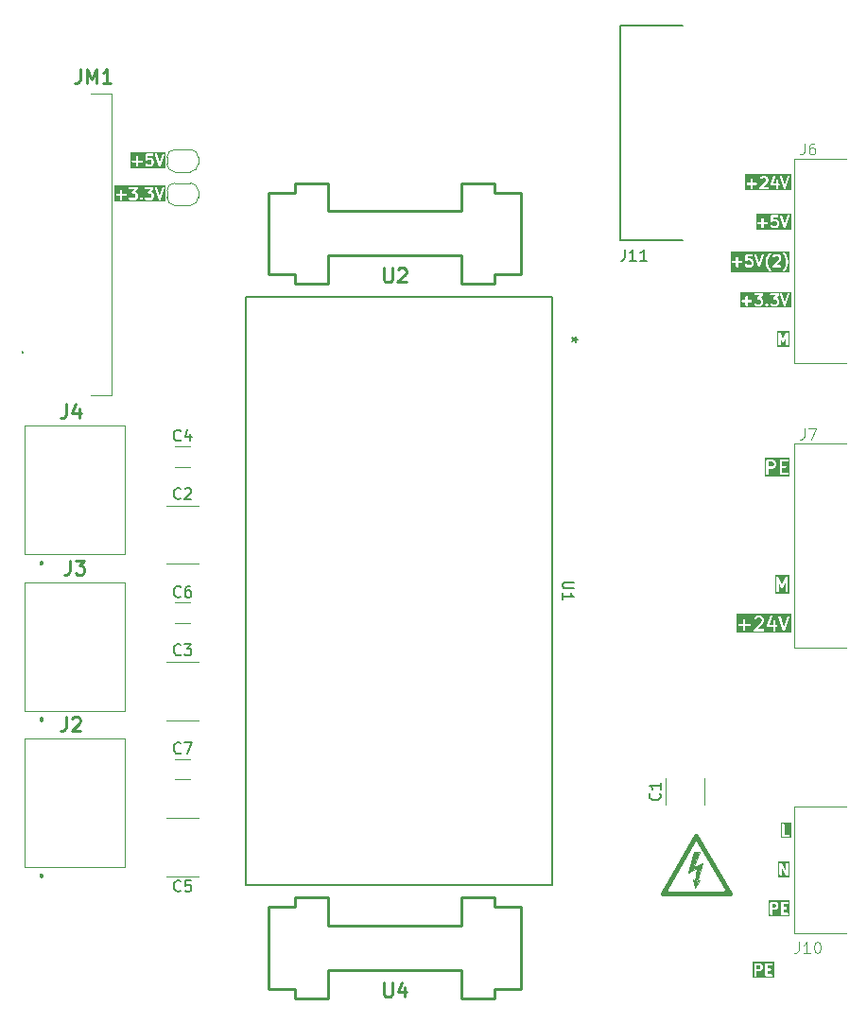
<source format=gbr>
%TF.GenerationSoftware,KiCad,Pcbnew,9.0.6*%
%TF.CreationDate,2025-12-01T14:10:10+03:00*%
%TF.ProjectId,PMPS-20W,504d5053-2d32-4305-972e-6b696361645f,rev?*%
%TF.SameCoordinates,Original*%
%TF.FileFunction,Legend,Top*%
%TF.FilePolarity,Positive*%
%FSLAX46Y46*%
G04 Gerber Fmt 4.6, Leading zero omitted, Abs format (unit mm)*
G04 Created by KiCad (PCBNEW 9.0.6) date 2025-12-01 14:10:10*
%MOMM*%
%LPD*%
G01*
G04 APERTURE LIST*
%ADD10C,0.200000*%
%ADD11C,0.100000*%
%ADD12C,0.150000*%
%ADD13C,0.254000*%
%ADD14C,0.120000*%
%ADD15C,0.300000*%
%ADD16C,0.152400*%
%ADD17C,0.400000*%
%ADD18C,0.101600*%
G04 APERTURE END LIST*
D10*
G36*
X28880613Y515930D02*
G01*
X28914807Y481737D01*
X28954136Y403079D01*
X28954136Y278866D01*
X28914807Y200208D01*
X28880613Y166015D01*
X28801957Y126686D01*
X28468422Y126686D01*
X28468422Y555258D01*
X28801957Y555258D01*
X28880613Y515930D01*
G37*
G36*
X30371262Y-778075D02*
G01*
X28135089Y-778075D01*
X28135089Y655258D01*
X28268422Y655258D01*
X28268422Y-544742D01*
X28270343Y-564251D01*
X28285275Y-600299D01*
X28312865Y-627889D01*
X28348913Y-642821D01*
X28387931Y-642821D01*
X28423979Y-627889D01*
X28451569Y-600299D01*
X28466501Y-564251D01*
X28468422Y-544742D01*
X28468422Y-73314D01*
X28825565Y-73314D01*
X28845074Y-71393D01*
X28848394Y-70017D01*
X28851978Y-69763D01*
X28870287Y-62757D01*
X28984572Y-5613D01*
X28992968Y-328D01*
X28995407Y682D01*
X28998150Y2934D01*
X29001162Y4829D01*
X29002894Y6827D01*
X29010561Y13118D01*
X29067703Y70261D01*
X29073995Y77928D01*
X29075993Y79660D01*
X29077886Y82669D01*
X29080140Y85414D01*
X29081150Y87855D01*
X29086436Y96251D01*
X29143579Y210537D01*
X29150585Y228845D01*
X29150839Y232429D01*
X29152215Y235749D01*
X29154136Y255258D01*
X29154136Y426686D01*
X29152215Y446195D01*
X29150839Y449516D01*
X29150585Y453099D01*
X29143579Y471407D01*
X29086436Y585693D01*
X29081150Y594090D01*
X29080140Y596530D01*
X29077886Y599276D01*
X29075993Y602284D01*
X29073995Y604017D01*
X29067703Y611683D01*
X29024129Y655258D01*
X29468422Y655258D01*
X29468422Y-544742D01*
X29470343Y-564251D01*
X29485275Y-600299D01*
X29512865Y-627889D01*
X29548913Y-642821D01*
X29568422Y-644742D01*
X30139850Y-644742D01*
X30159359Y-642821D01*
X30195407Y-627889D01*
X30222997Y-600299D01*
X30237929Y-564251D01*
X30237929Y-525233D01*
X30222997Y-489185D01*
X30195407Y-461595D01*
X30159359Y-446663D01*
X30139850Y-444742D01*
X29668422Y-444742D01*
X29668422Y-16171D01*
X29968422Y-16171D01*
X29987931Y-14250D01*
X30023979Y682D01*
X30051569Y28272D01*
X30066501Y64320D01*
X30066501Y103338D01*
X30051569Y139386D01*
X30023979Y166976D01*
X29987931Y181908D01*
X29968422Y183829D01*
X29668422Y183829D01*
X29668422Y555258D01*
X30139850Y555258D01*
X30159359Y557179D01*
X30195407Y572111D01*
X30222997Y599701D01*
X30237929Y635749D01*
X30237929Y674767D01*
X30222997Y710815D01*
X30195407Y738405D01*
X30159359Y753337D01*
X30139850Y755258D01*
X29568422Y755258D01*
X29548913Y753337D01*
X29512865Y738405D01*
X29485275Y710815D01*
X29470343Y674767D01*
X29468422Y655258D01*
X29024129Y655258D01*
X29010561Y668826D01*
X29002894Y675118D01*
X29001162Y677115D01*
X28998150Y679011D01*
X28995407Y681262D01*
X28992968Y682273D01*
X28984572Y687557D01*
X28870287Y744701D01*
X28851978Y751707D01*
X28848394Y751962D01*
X28845074Y753337D01*
X28825565Y755258D01*
X28368422Y755258D01*
X28348913Y753337D01*
X28312865Y738405D01*
X28285275Y710815D01*
X28270343Y674767D01*
X28268422Y655258D01*
X28135089Y655258D01*
X28135089Y888591D01*
X30371262Y888591D01*
X30371262Y-778075D01*
G37*
G36*
X30486684Y-14778075D02*
G01*
X25622725Y-14778075D01*
X25622725Y-14068091D01*
X25756058Y-14068091D01*
X25756058Y-14107109D01*
X25770990Y-14143157D01*
X25798580Y-14170747D01*
X25834628Y-14185679D01*
X25854137Y-14187600D01*
X26211280Y-14187600D01*
X26211280Y-14544742D01*
X26213201Y-14564251D01*
X26228133Y-14600299D01*
X26255723Y-14627889D01*
X26291771Y-14642821D01*
X26330789Y-14642821D01*
X26366837Y-14627889D01*
X26394427Y-14600299D01*
X26409359Y-14564251D01*
X26411280Y-14544742D01*
X26411280Y-14525233D01*
X27127486Y-14525233D01*
X27127486Y-14564251D01*
X27142418Y-14600299D01*
X27170008Y-14627889D01*
X27206056Y-14642821D01*
X27225565Y-14644742D01*
X27968422Y-14644742D01*
X27987931Y-14642821D01*
X28023979Y-14627889D01*
X28051569Y-14600299D01*
X28066501Y-14564251D01*
X28066501Y-14525233D01*
X28051569Y-14489185D01*
X28023979Y-14461595D01*
X27987931Y-14446663D01*
X27968422Y-14444742D01*
X27466987Y-14444742D01*
X27779494Y-14132235D01*
X28326350Y-14132235D01*
X28327486Y-14148219D01*
X28327486Y-14164251D01*
X28328861Y-14167571D01*
X28329116Y-14171155D01*
X28336283Y-14185490D01*
X28342418Y-14200299D01*
X28344958Y-14202839D01*
X28346566Y-14206054D01*
X28358677Y-14216558D01*
X28370008Y-14227889D01*
X28373326Y-14229263D01*
X28376042Y-14231619D01*
X28391251Y-14236688D01*
X28406056Y-14242821D01*
X28411156Y-14243323D01*
X28413058Y-14243957D01*
X28415691Y-14243769D01*
X28425565Y-14244742D01*
X28896994Y-14244742D01*
X28896994Y-14544742D01*
X28898915Y-14564251D01*
X28913847Y-14600299D01*
X28941437Y-14627889D01*
X28977485Y-14642821D01*
X29016503Y-14642821D01*
X29052551Y-14627889D01*
X29080141Y-14600299D01*
X29095073Y-14564251D01*
X29096994Y-14544742D01*
X29096994Y-14244742D01*
X29168422Y-14244742D01*
X29187931Y-14242821D01*
X29223979Y-14227889D01*
X29251569Y-14200299D01*
X29266501Y-14164251D01*
X29266501Y-14125233D01*
X29251569Y-14089185D01*
X29223979Y-14061595D01*
X29187931Y-14046663D01*
X29168422Y-14044742D01*
X29096994Y-14044742D01*
X29096994Y-13744742D01*
X29095073Y-13725233D01*
X29080141Y-13689185D01*
X29052551Y-13661595D01*
X29016503Y-13646663D01*
X28977485Y-13646663D01*
X28941437Y-13661595D01*
X28913847Y-13689185D01*
X28898915Y-13725233D01*
X28896994Y-13744742D01*
X28896994Y-14044742D01*
X28564307Y-14044742D01*
X28793472Y-13357249D01*
X29354921Y-13357249D01*
X29359268Y-13376365D01*
X29759268Y-14576365D01*
X29767259Y-14594265D01*
X29771942Y-14599664D01*
X29775137Y-14606054D01*
X29784608Y-14614269D01*
X29792824Y-14623741D01*
X29799213Y-14626935D01*
X29804613Y-14631619D01*
X29816510Y-14635584D01*
X29827723Y-14641191D01*
X29834850Y-14641697D01*
X29841629Y-14643957D01*
X29854136Y-14643068D01*
X29866643Y-14643957D01*
X29873421Y-14641697D01*
X29880549Y-14641191D01*
X29891761Y-14635584D01*
X29903659Y-14631619D01*
X29909058Y-14626935D01*
X29915448Y-14623741D01*
X29923665Y-14614266D01*
X29933135Y-14606053D01*
X29936328Y-14599665D01*
X29941013Y-14594265D01*
X29949004Y-14576365D01*
X30349004Y-13376365D01*
X30353351Y-13357250D01*
X30350585Y-13318329D01*
X30333135Y-13283431D01*
X30303659Y-13257865D01*
X30266643Y-13245527D01*
X30227723Y-13248293D01*
X30192824Y-13265743D01*
X30167259Y-13295219D01*
X30159268Y-13313119D01*
X29854136Y-14228515D01*
X29549004Y-13313119D01*
X29541013Y-13295219D01*
X29515448Y-13265743D01*
X29480549Y-13248293D01*
X29441629Y-13245527D01*
X29404613Y-13257865D01*
X29375137Y-13283430D01*
X29357687Y-13318329D01*
X29354921Y-13357249D01*
X28793472Y-13357249D01*
X28806147Y-13319223D01*
X28810494Y-13300107D01*
X28807728Y-13261187D01*
X28790278Y-13226288D01*
X28760802Y-13200723D01*
X28723786Y-13188385D01*
X28684866Y-13191151D01*
X28649967Y-13208601D01*
X28624402Y-13238077D01*
X28616411Y-13255977D01*
X28330697Y-14113119D01*
X28328497Y-14122790D01*
X28327486Y-14125233D01*
X28327486Y-14127239D01*
X28326350Y-14132235D01*
X27779494Y-14132235D01*
X27981990Y-13929739D01*
X27994426Y-13914585D01*
X27995800Y-13911266D01*
X27998156Y-13908551D01*
X28006147Y-13890651D01*
X28063290Y-13719223D01*
X28065489Y-13709550D01*
X28066501Y-13707109D01*
X28066849Y-13703571D01*
X28067637Y-13700108D01*
X28067449Y-13697473D01*
X28068422Y-13687600D01*
X28068422Y-13573314D01*
X28066501Y-13553805D01*
X28065125Y-13550484D01*
X28064871Y-13546901D01*
X28057865Y-13528593D01*
X28000722Y-13414307D01*
X27995437Y-13405910D01*
X27994427Y-13403472D01*
X27992173Y-13400726D01*
X27990279Y-13397716D01*
X27988282Y-13395984D01*
X27981991Y-13388318D01*
X27924848Y-13331175D01*
X27917181Y-13324882D01*
X27915449Y-13322885D01*
X27912439Y-13320990D01*
X27909695Y-13318738D01*
X27907256Y-13317727D01*
X27898859Y-13312442D01*
X27784572Y-13255299D01*
X27766264Y-13248293D01*
X27762680Y-13248038D01*
X27759360Y-13246663D01*
X27739851Y-13244742D01*
X27454137Y-13244742D01*
X27434628Y-13246663D01*
X27431307Y-13248038D01*
X27427724Y-13248293D01*
X27409416Y-13255299D01*
X27295130Y-13312442D01*
X27286733Y-13317727D01*
X27284293Y-13318738D01*
X27281547Y-13320991D01*
X27278539Y-13322885D01*
X27276806Y-13324882D01*
X27269140Y-13331175D01*
X27211997Y-13388317D01*
X27199561Y-13403471D01*
X27184629Y-13439519D01*
X27184629Y-13478537D01*
X27199561Y-13514585D01*
X27227151Y-13542175D01*
X27263199Y-13557107D01*
X27302217Y-13557107D01*
X27338265Y-13542175D01*
X27353419Y-13529739D01*
X27399086Y-13484070D01*
X27477745Y-13444742D01*
X27716244Y-13444742D01*
X27794901Y-13484070D01*
X27829092Y-13518262D01*
X27868422Y-13596921D01*
X27868422Y-13671372D01*
X27823876Y-13805008D01*
X27154854Y-14474031D01*
X27142418Y-14489185D01*
X27127486Y-14525233D01*
X26411280Y-14525233D01*
X26411280Y-14187600D01*
X26768423Y-14187600D01*
X26787932Y-14185679D01*
X26823980Y-14170747D01*
X26851570Y-14143157D01*
X26866502Y-14107109D01*
X26866502Y-14068091D01*
X26851570Y-14032043D01*
X26823980Y-14004453D01*
X26787932Y-13989521D01*
X26768423Y-13987600D01*
X26411280Y-13987600D01*
X26411280Y-13630457D01*
X26409359Y-13610948D01*
X26394427Y-13574900D01*
X26366837Y-13547310D01*
X26330789Y-13532378D01*
X26291771Y-13532378D01*
X26255723Y-13547310D01*
X26228133Y-13574900D01*
X26213201Y-13610948D01*
X26211280Y-13630457D01*
X26211280Y-13987600D01*
X25854137Y-13987600D01*
X25834628Y-13989521D01*
X25798580Y-14004453D01*
X25770990Y-14032043D01*
X25756058Y-14068091D01*
X25622725Y-14068091D01*
X25622725Y-13055052D01*
X30486684Y-13055052D01*
X30486684Y-14778075D01*
G37*
G36*
X30341437Y17457639D02*
G01*
X25063993Y17457639D01*
X25063993Y18448243D01*
X25175104Y18448243D01*
X25175104Y18409225D01*
X25190036Y18373177D01*
X25217626Y18345587D01*
X25253674Y18330655D01*
X25273183Y18328734D01*
X25554135Y18328734D01*
X25554135Y18047781D01*
X25556056Y18028272D01*
X25570988Y17992224D01*
X25598578Y17964634D01*
X25634626Y17949702D01*
X25673644Y17949702D01*
X25709692Y17964634D01*
X25737282Y17992224D01*
X25752214Y18028272D01*
X25754135Y18047781D01*
X25754135Y18328734D01*
X26035088Y18328734D01*
X26054597Y18330655D01*
X26090645Y18345587D01*
X26118235Y18373177D01*
X26133167Y18409225D01*
X26133167Y18448243D01*
X26118235Y18484291D01*
X26090645Y18511881D01*
X26054597Y18526813D01*
X26035088Y18528734D01*
X25754135Y18528734D01*
X25754135Y18561938D01*
X26364126Y18561938D01*
X26365580Y18557120D01*
X26365580Y18552082D01*
X26371176Y18538573D01*
X26375397Y18524583D01*
X26378584Y18520687D01*
X26380512Y18516034D01*
X26390848Y18505698D01*
X26400104Y18494385D01*
X26404541Y18492005D01*
X26408102Y18488444D01*
X26421607Y18482850D01*
X26434488Y18475940D01*
X26439497Y18475440D01*
X26444150Y18473512D01*
X26458771Y18473512D01*
X26473312Y18472058D01*
X26478131Y18473512D01*
X26483168Y18473512D01*
X26496677Y18479109D01*
X26510667Y18483329D01*
X26514563Y18486517D01*
X26519216Y18488444D01*
X26534370Y18500880D01*
X26570513Y18537025D01*
X26630123Y18566829D01*
X26821004Y18566829D01*
X26880613Y18537024D01*
X26905282Y18512356D01*
X26935087Y18452746D01*
X26935087Y18261865D01*
X26905282Y18202257D01*
X26880613Y18177587D01*
X26821004Y18147781D01*
X26630123Y18147781D01*
X26570513Y18177586D01*
X26534370Y18213730D01*
X26519217Y18226167D01*
X26483169Y18241098D01*
X26444151Y18241099D01*
X26408102Y18226168D01*
X26380512Y18198578D01*
X26365581Y18162530D01*
X26365580Y18123512D01*
X26380511Y18087463D01*
X26392948Y18072310D01*
X26440566Y18024690D01*
X26448234Y18018397D01*
X26449966Y18016400D01*
X26452974Y18014507D01*
X26455720Y18012253D01*
X26458160Y18011243D01*
X26466557Y18005957D01*
X26561794Y17958338D01*
X26580103Y17951332D01*
X26583686Y17951078D01*
X26587007Y17949702D01*
X26606516Y17947781D01*
X26844611Y17947781D01*
X26864120Y17949702D01*
X26867440Y17951078D01*
X26871024Y17951332D01*
X26889332Y17958338D01*
X26984570Y18005957D01*
X26992965Y18011242D01*
X26995407Y18012253D01*
X26998154Y18014509D01*
X27001160Y18016400D01*
X27002890Y18018395D01*
X27010560Y18024690D01*
X27058179Y18072310D01*
X27064471Y18079977D01*
X27066468Y18081708D01*
X27068361Y18084716D01*
X27070616Y18087463D01*
X27071627Y18089905D01*
X27076911Y18098299D01*
X27124530Y18193536D01*
X27131536Y18211845D01*
X27131790Y18215429D01*
X27133166Y18218749D01*
X27135087Y18238258D01*
X27135087Y18476353D01*
X27133166Y18495862D01*
X27131790Y18499183D01*
X27131536Y18502766D01*
X27124530Y18521075D01*
X27076911Y18616312D01*
X27071625Y18624709D01*
X27070615Y18627149D01*
X27068361Y18629895D01*
X27066468Y18632903D01*
X27064470Y18634636D01*
X27058178Y18642302D01*
X27010560Y18689921D01*
X27002889Y18696216D01*
X27001160Y18698210D01*
X26998152Y18700104D01*
X26995406Y18702357D01*
X26992966Y18703368D01*
X26984570Y18708653D01*
X26889332Y18756272D01*
X26871024Y18763278D01*
X26867440Y18763533D01*
X26864120Y18764908D01*
X26844611Y18766829D01*
X26606516Y18766829D01*
X26587007Y18764908D01*
X26583686Y18763533D01*
X26583349Y18763509D01*
X26601777Y18947781D01*
X26987468Y18947781D01*
X27006977Y18949702D01*
X27043025Y18964634D01*
X27070615Y18992224D01*
X27085547Y19028272D01*
X27085547Y19035274D01*
X27221587Y19035274D01*
X27225934Y19016158D01*
X27559267Y18016159D01*
X27567258Y17998258D01*
X27571941Y17992859D01*
X27575136Y17986469D01*
X27584607Y17978254D01*
X27592823Y17968782D01*
X27599211Y17965588D01*
X27604612Y17960904D01*
X27616513Y17956937D01*
X27627722Y17951333D01*
X27634846Y17950827D01*
X27641628Y17948566D01*
X27654137Y17949456D01*
X27666642Y17948566D01*
X27673420Y17950826D01*
X27680548Y17951332D01*
X27691764Y17956941D01*
X27703658Y17960905D01*
X27709055Y17965586D01*
X27715447Y17968782D01*
X27723665Y17978258D01*
X27733134Y17986470D01*
X27736327Y17992857D01*
X27741012Y17998258D01*
X27749003Y18016158D01*
X27918309Y18524077D01*
X28220802Y18524077D01*
X28220808Y18524043D01*
X28220802Y18523972D01*
X28220802Y18333496D01*
X28220808Y18333426D01*
X28220802Y18333391D01*
X28221749Y18323877D01*
X28222723Y18313987D01*
X28222737Y18313953D01*
X28222744Y18313884D01*
X28270363Y18075789D01*
X28272174Y18069841D01*
X28273553Y18063777D01*
X28321172Y17920921D01*
X28324060Y17914451D01*
X28326597Y17907822D01*
X28374216Y17812584D01*
X28377529Y17807321D01*
X28380454Y17801835D01*
X28475692Y17658978D01*
X28475736Y17658924D01*
X28475750Y17658891D01*
X28481930Y17651360D01*
X28488112Y17643811D01*
X28488141Y17643792D01*
X28488186Y17643737D01*
X28535805Y17596119D01*
X28550958Y17583682D01*
X28587007Y17568751D01*
X28626025Y17568751D01*
X28662073Y17583682D01*
X28689663Y17611272D01*
X28704594Y17647320D01*
X28704594Y17686338D01*
X28689663Y17722387D01*
X28677226Y17737540D01*
X28636608Y17778159D01*
X28550319Y17907592D01*
X28508659Y17990911D01*
X28483200Y18067290D01*
X28794152Y18067290D01*
X28794152Y18028272D01*
X28809084Y17992224D01*
X28836674Y17964634D01*
X28872722Y17949702D01*
X28892231Y17947781D01*
X29511278Y17947781D01*
X29530787Y17949702D01*
X29566835Y17964634D01*
X29594425Y17992224D01*
X29609357Y18028272D01*
X29609357Y18067290D01*
X29594425Y18103338D01*
X29566835Y18130928D01*
X29530787Y18145860D01*
X29511278Y18147781D01*
X29133653Y18147781D01*
X29534370Y18548499D01*
X29546806Y18563653D01*
X29548180Y18566972D01*
X29550536Y18569687D01*
X29558527Y18587587D01*
X29606146Y18730444D01*
X29608345Y18740117D01*
X29609357Y18742558D01*
X29609705Y18746096D01*
X29610493Y18749559D01*
X29610305Y18752194D01*
X29611278Y18762067D01*
X29611278Y18857305D01*
X29609357Y18876814D01*
X29607981Y18880135D01*
X29607727Y18883718D01*
X29600721Y18902027D01*
X29553102Y18997264D01*
X29547816Y19005661D01*
X29546806Y19008101D01*
X29544552Y19010847D01*
X29542659Y19013855D01*
X29540661Y19015588D01*
X29534369Y19023254D01*
X29486751Y19070873D01*
X29479080Y19077168D01*
X29477351Y19079162D01*
X29474343Y19081056D01*
X29471597Y19083309D01*
X29469157Y19084320D01*
X29460761Y19089605D01*
X29365523Y19137224D01*
X29347215Y19144230D01*
X29343631Y19144485D01*
X29340311Y19145860D01*
X29320802Y19147781D01*
X29082707Y19147781D01*
X29063198Y19145860D01*
X29059877Y19144485D01*
X29056294Y19144230D01*
X29037985Y19137224D01*
X28942748Y19089605D01*
X28934351Y19084320D01*
X28931911Y19083309D01*
X28929165Y19081056D01*
X28926157Y19079162D01*
X28924424Y19077165D01*
X28916758Y19070872D01*
X28869139Y19023254D01*
X28856703Y19008100D01*
X28841771Y18972052D01*
X28841771Y18933034D01*
X28856703Y18896986D01*
X28884293Y18869396D01*
X28920341Y18854464D01*
X28959359Y18854464D01*
X28995407Y18869396D01*
X29010561Y18881832D01*
X29046704Y18917977D01*
X29106314Y18947781D01*
X29297195Y18947781D01*
X29356804Y18917976D01*
X29381473Y18893308D01*
X29411278Y18833698D01*
X29411278Y18778294D01*
X29376256Y18673230D01*
X28821520Y18118492D01*
X28809084Y18103338D01*
X28794152Y18067290D01*
X28483200Y18067290D01*
X28465258Y18121115D01*
X28420802Y18343398D01*
X28420802Y18514070D01*
X28465258Y18736353D01*
X28508659Y18866557D01*
X28550320Y18949877D01*
X28636606Y19079308D01*
X28677226Y19119928D01*
X28689663Y19135081D01*
X28704594Y19171130D01*
X28704594Y19210148D01*
X29746533Y19210148D01*
X29746533Y19171130D01*
X29761465Y19135082D01*
X29773901Y19119928D01*
X29814518Y19079312D01*
X29900809Y18949874D01*
X29942468Y18866557D01*
X29985869Y18736355D01*
X30030326Y18514071D01*
X30030326Y18343397D01*
X29985869Y18121113D01*
X29942468Y17990911D01*
X29900810Y17907594D01*
X29814518Y17778157D01*
X29773901Y17737540D01*
X29761465Y17722386D01*
X29746533Y17686338D01*
X29746533Y17647320D01*
X29761465Y17611272D01*
X29789055Y17583682D01*
X29825103Y17568750D01*
X29864121Y17568750D01*
X29900169Y17583682D01*
X29915323Y17596118D01*
X29962941Y17643737D01*
X29962984Y17643790D01*
X29963016Y17643811D01*
X29969233Y17651405D01*
X29975378Y17658890D01*
X29975392Y17658925D01*
X29975436Y17658978D01*
X30070674Y17801835D01*
X30073597Y17807319D01*
X30076912Y17812584D01*
X30124531Y17907821D01*
X30127067Y17914450D01*
X30129956Y17920920D01*
X30177575Y18063777D01*
X30178953Y18069839D01*
X30180765Y18075788D01*
X30228384Y18313884D01*
X30228390Y18313953D01*
X30228405Y18313987D01*
X30229378Y18323877D01*
X30230326Y18333391D01*
X30230319Y18333426D01*
X30230326Y18333496D01*
X30230326Y18523972D01*
X30230319Y18524043D01*
X30230326Y18524077D01*
X30229378Y18533592D01*
X30228405Y18543481D01*
X30228390Y18543516D01*
X30228384Y18543584D01*
X30180765Y18781679D01*
X30178953Y18787629D01*
X30177575Y18793690D01*
X30129956Y18936547D01*
X30127067Y18943018D01*
X30124531Y18949646D01*
X30076912Y19044883D01*
X30073596Y19050151D01*
X30070674Y19055631D01*
X29975436Y19198490D01*
X29975392Y19198544D01*
X29975378Y19198578D01*
X29969233Y19206064D01*
X29963016Y19213657D01*
X29962984Y19213679D01*
X29962941Y19213731D01*
X29915323Y19261350D01*
X29900169Y19273786D01*
X29864121Y19288718D01*
X29825103Y19288718D01*
X29789055Y19273786D01*
X29761465Y19246196D01*
X29746533Y19210148D01*
X28704594Y19210148D01*
X28689663Y19246196D01*
X28662073Y19273786D01*
X28626025Y19288717D01*
X28587007Y19288717D01*
X28550958Y19273786D01*
X28535805Y19261349D01*
X28488186Y19213731D01*
X28488141Y19213677D01*
X28488112Y19213657D01*
X28481930Y19206109D01*
X28475750Y19198577D01*
X28475736Y19198545D01*
X28475692Y19198490D01*
X28380454Y19055632D01*
X28377529Y19050147D01*
X28374216Y19044883D01*
X28326597Y18949645D01*
X28324060Y18943017D01*
X28321172Y18936546D01*
X28273553Y18793690D01*
X28272174Y18787627D01*
X28270363Y18781678D01*
X28222744Y18543584D01*
X28222737Y18543516D01*
X28222723Y18543481D01*
X28221749Y18533592D01*
X28220802Y18524077D01*
X27918309Y18524077D01*
X28082336Y19016158D01*
X28086683Y19035273D01*
X28083917Y19074193D01*
X28066467Y19109092D01*
X28036991Y19134657D01*
X27999975Y19146996D01*
X27961055Y19144229D01*
X27926156Y19126780D01*
X27900591Y19097304D01*
X27892600Y19079403D01*
X27654135Y18364009D01*
X27415670Y19079404D01*
X27407679Y19097304D01*
X27382114Y19126780D01*
X27347215Y19144230D01*
X27308295Y19146996D01*
X27271279Y19134658D01*
X27241803Y19109093D01*
X27224353Y19074194D01*
X27221587Y19035274D01*
X27085547Y19035274D01*
X27085547Y19067290D01*
X27070615Y19103338D01*
X27043025Y19130928D01*
X27006977Y19145860D01*
X26987468Y19147781D01*
X26511278Y19147781D01*
X26504061Y19147071D01*
X26501625Y19147314D01*
X26499246Y19146597D01*
X26491769Y19145860D01*
X26478259Y19140264D01*
X26464270Y19136043D01*
X26460373Y19132856D01*
X26455721Y19130928D01*
X26445384Y19120592D01*
X26434072Y19111336D01*
X26431691Y19106899D01*
X26428131Y19103338D01*
X26422536Y19089833D01*
X26415627Y19076952D01*
X26414150Y19069588D01*
X26413199Y19067290D01*
X26413199Y19064840D01*
X26411774Y19057731D01*
X26364155Y18581541D01*
X26364126Y18561938D01*
X25754135Y18561938D01*
X25754135Y18809686D01*
X25752214Y18829195D01*
X25737282Y18865243D01*
X25709692Y18892833D01*
X25673644Y18907765D01*
X25634626Y18907765D01*
X25598578Y18892833D01*
X25570988Y18865243D01*
X25556056Y18829195D01*
X25554135Y18809686D01*
X25554135Y18528734D01*
X25273183Y18528734D01*
X25253674Y18526813D01*
X25217626Y18511881D01*
X25190036Y18484291D01*
X25175104Y18448243D01*
X25063993Y18448243D01*
X25063993Y19399829D01*
X30341437Y19399829D01*
X30341437Y17457639D01*
G37*
G36*
X30316040Y-11276154D02*
G01*
X29049374Y-11276154D01*
X29049374Y-9844742D01*
X29182707Y-9844742D01*
X29182707Y-11044742D01*
X29184628Y-11064251D01*
X29199560Y-11100299D01*
X29227150Y-11127889D01*
X29263198Y-11142821D01*
X29302216Y-11142821D01*
X29338264Y-11127889D01*
X29365854Y-11100299D01*
X29380786Y-11064251D01*
X29382707Y-11044742D01*
X29382707Y-10295498D01*
X29592089Y-10744174D01*
X29596321Y-10751319D01*
X29597201Y-10753737D01*
X29598766Y-10755446D01*
X29602080Y-10761040D01*
X29613290Y-10771306D01*
X29623552Y-10782512D01*
X29627577Y-10784390D01*
X29630855Y-10787392D01*
X29645137Y-10792585D01*
X29658910Y-10799013D01*
X29663349Y-10799208D01*
X29667524Y-10800726D01*
X29682707Y-10800058D01*
X29697890Y-10800726D01*
X29702063Y-10799208D01*
X29706505Y-10799013D01*
X29720289Y-10792580D01*
X29734559Y-10787391D01*
X29737832Y-10784393D01*
X29741862Y-10782513D01*
X29752131Y-10771298D01*
X29763334Y-10761040D01*
X29766645Y-10755449D01*
X29768214Y-10753737D01*
X29769094Y-10751315D01*
X29773325Y-10744174D01*
X29982707Y-10295497D01*
X29982707Y-11044742D01*
X29984628Y-11064251D01*
X29999560Y-11100299D01*
X30027150Y-11127889D01*
X30063198Y-11142821D01*
X30102216Y-11142821D01*
X30138264Y-11127889D01*
X30165854Y-11100299D01*
X30180786Y-11064251D01*
X30182707Y-11044742D01*
X30182707Y-9844742D01*
X30181444Y-9831918D01*
X30181548Y-9829559D01*
X30181087Y-9828291D01*
X30180786Y-9825233D01*
X30174145Y-9809202D01*
X30168214Y-9792890D01*
X30166707Y-9791244D01*
X30165854Y-9789185D01*
X30153592Y-9776923D01*
X30141862Y-9764114D01*
X30139838Y-9763169D01*
X30138264Y-9761595D01*
X30122248Y-9754960D01*
X30106505Y-9747614D01*
X30104275Y-9747516D01*
X30102216Y-9746663D01*
X30084864Y-9746663D01*
X30067524Y-9745901D01*
X30065428Y-9746663D01*
X30063198Y-9746663D01*
X30047167Y-9753303D01*
X30030855Y-9759235D01*
X30029209Y-9760741D01*
X30027150Y-9761595D01*
X30014882Y-9773862D01*
X30002080Y-9785587D01*
X30000513Y-9788231D01*
X29999560Y-9789185D01*
X29998656Y-9791366D01*
X29992089Y-9802453D01*
X29682706Y-10465414D01*
X29373325Y-9802453D01*
X29366757Y-9791366D01*
X29365854Y-9789185D01*
X29364900Y-9788231D01*
X29363334Y-9785587D01*
X29350537Y-9773868D01*
X29338264Y-9761595D01*
X29336202Y-9760741D01*
X29334559Y-9759236D01*
X29318257Y-9753307D01*
X29302216Y-9746663D01*
X29299985Y-9746663D01*
X29297890Y-9745901D01*
X29280550Y-9746663D01*
X29263198Y-9746663D01*
X29261138Y-9747516D01*
X29258910Y-9747614D01*
X29243179Y-9754955D01*
X29227150Y-9761595D01*
X29225573Y-9763171D01*
X29223552Y-9764115D01*
X29211833Y-9776911D01*
X29199560Y-9789185D01*
X29198706Y-9791246D01*
X29197201Y-9792890D01*
X29191272Y-9809191D01*
X29184628Y-9825233D01*
X29184326Y-9828291D01*
X29183866Y-9829559D01*
X29183969Y-9831918D01*
X29182707Y-9844742D01*
X29049374Y-9844742D01*
X29049374Y-9612568D01*
X30316040Y-9612568D01*
X30316040Y-11276154D01*
G37*
G36*
X30341437Y-36663086D02*
G01*
X29347787Y-36663086D01*
X29347787Y-35452219D01*
X29458898Y-35452219D01*
X29458898Y-36452219D01*
X29460819Y-36471728D01*
X29475751Y-36507776D01*
X29503341Y-36535366D01*
X29539389Y-36550298D01*
X29578407Y-36550298D01*
X29614455Y-36535366D01*
X29642045Y-36507776D01*
X29656977Y-36471728D01*
X29658898Y-36452219D01*
X29658898Y-35828775D01*
X30043502Y-36501833D01*
X30046420Y-36505943D01*
X30047179Y-36507776D01*
X30049045Y-36509642D01*
X30054849Y-36517818D01*
X30065365Y-36525962D01*
X30074769Y-36535366D01*
X30080656Y-36537804D01*
X30085698Y-36541709D01*
X30098530Y-36545208D01*
X30110817Y-36550298D01*
X30117193Y-36550298D01*
X30123342Y-36551975D01*
X30136535Y-36550298D01*
X30149835Y-36550298D01*
X30155723Y-36547858D01*
X30162048Y-36547055D01*
X30173597Y-36540454D01*
X30185883Y-36535366D01*
X30190390Y-36530858D01*
X30195925Y-36527696D01*
X30204069Y-36517179D01*
X30213473Y-36507776D01*
X30215911Y-36501888D01*
X30219816Y-36496847D01*
X30223315Y-36484014D01*
X30228405Y-36471728D01*
X30229387Y-36461750D01*
X30230082Y-36459204D01*
X30229831Y-36457236D01*
X30230326Y-36452219D01*
X30230326Y-35452219D01*
X30228405Y-35432710D01*
X30213473Y-35396662D01*
X30185883Y-35369072D01*
X30149835Y-35354140D01*
X30110817Y-35354140D01*
X30074769Y-35369072D01*
X30047179Y-35396662D01*
X30032247Y-35432710D01*
X30030326Y-35452219D01*
X30030326Y-36075662D01*
X29645722Y-35402605D01*
X29642803Y-35398494D01*
X29642045Y-35396662D01*
X29640178Y-35394795D01*
X29634375Y-35386620D01*
X29623860Y-35378477D01*
X29614455Y-35369072D01*
X29608564Y-35366632D01*
X29603526Y-35362730D01*
X29590697Y-35359231D01*
X29578407Y-35354140D01*
X29572032Y-35354140D01*
X29565883Y-35352463D01*
X29552690Y-35354140D01*
X29539389Y-35354140D01*
X29533500Y-35356579D01*
X29527176Y-35357383D01*
X29515626Y-35363983D01*
X29503341Y-35369072D01*
X29498833Y-35373579D01*
X29493299Y-35376742D01*
X29485156Y-35387256D01*
X29475751Y-35396662D01*
X29473311Y-35402552D01*
X29469409Y-35407591D01*
X29465910Y-35420419D01*
X29460819Y-35432710D01*
X29459836Y-35442687D01*
X29459142Y-35445234D01*
X29459392Y-35447201D01*
X29458898Y-35452219D01*
X29347787Y-35452219D01*
X29347787Y-35241352D01*
X30341437Y-35241352D01*
X30341437Y-36663086D01*
G37*
G36*
X30483509Y24836670D02*
G01*
X26397327Y24836670D01*
X26397327Y25448243D01*
X26508438Y25448243D01*
X26508438Y25409225D01*
X26523370Y25373177D01*
X26550960Y25345587D01*
X26587008Y25330655D01*
X26606517Y25328734D01*
X26887469Y25328734D01*
X26887469Y25047781D01*
X26889390Y25028272D01*
X26904322Y24992224D01*
X26931912Y24964634D01*
X26967960Y24949702D01*
X27006978Y24949702D01*
X27043026Y24964634D01*
X27070616Y24992224D01*
X27085548Y25028272D01*
X27087469Y25047781D01*
X27087469Y25067290D01*
X27651295Y25067290D01*
X27651295Y25028272D01*
X27666227Y24992224D01*
X27693817Y24964634D01*
X27729865Y24949702D01*
X27749374Y24947781D01*
X28368421Y24947781D01*
X28387930Y24949702D01*
X28423978Y24964634D01*
X28451568Y24992224D01*
X28466500Y25028272D01*
X28466500Y25067290D01*
X28451568Y25103338D01*
X28423978Y25130928D01*
X28387930Y25145860D01*
X28368421Y25147781D01*
X27990796Y25147781D01*
X28236636Y25393622D01*
X28650159Y25393622D01*
X28651295Y25377638D01*
X28651295Y25361606D01*
X28652670Y25358286D01*
X28652925Y25354702D01*
X28660092Y25340367D01*
X28666227Y25325558D01*
X28668767Y25323018D01*
X28670375Y25319803D01*
X28682486Y25309299D01*
X28693817Y25297968D01*
X28697135Y25296594D01*
X28699851Y25294238D01*
X28715060Y25289169D01*
X28729865Y25283036D01*
X28734965Y25282534D01*
X28736867Y25281900D01*
X28739500Y25282088D01*
X28749374Y25281115D01*
X29125564Y25281115D01*
X29125564Y25047781D01*
X29127485Y25028272D01*
X29142417Y24992224D01*
X29170007Y24964634D01*
X29206055Y24949702D01*
X29245073Y24949702D01*
X29281121Y24964634D01*
X29308711Y24992224D01*
X29323643Y25028272D01*
X29325564Y25047781D01*
X29325564Y25281115D01*
X29368421Y25281115D01*
X29387930Y25283036D01*
X29423978Y25297968D01*
X29451568Y25325558D01*
X29466500Y25361606D01*
X29466500Y25400624D01*
X29451568Y25436672D01*
X29423978Y25464262D01*
X29387930Y25479194D01*
X29368421Y25481115D01*
X29325564Y25481115D01*
X29325564Y25714448D01*
X29323643Y25733957D01*
X29308711Y25770005D01*
X29281121Y25797595D01*
X29245073Y25812527D01*
X29206055Y25812527D01*
X29170007Y25797595D01*
X29142417Y25770005D01*
X29127485Y25733957D01*
X29125564Y25714448D01*
X29125564Y25481115D01*
X28888116Y25481115D01*
X29072836Y26035274D01*
X29507302Y26035274D01*
X29511649Y26016158D01*
X29844982Y25016159D01*
X29852973Y24998258D01*
X29857656Y24992859D01*
X29860851Y24986469D01*
X29870322Y24978254D01*
X29878538Y24968782D01*
X29884926Y24965588D01*
X29890327Y24960904D01*
X29902228Y24956937D01*
X29913437Y24951333D01*
X29920561Y24950827D01*
X29927343Y24948566D01*
X29939852Y24949456D01*
X29952357Y24948566D01*
X29959135Y24950826D01*
X29966263Y24951332D01*
X29977479Y24956941D01*
X29989373Y24960905D01*
X29994770Y24965586D01*
X30001162Y24968782D01*
X30009380Y24978258D01*
X30018849Y24986470D01*
X30022042Y24992857D01*
X30026727Y24998258D01*
X30034718Y25016158D01*
X30368051Y26016158D01*
X30372398Y26035273D01*
X30369632Y26074193D01*
X30352182Y26109092D01*
X30322706Y26134657D01*
X30285690Y26146996D01*
X30246770Y26144229D01*
X30211871Y26126780D01*
X30186306Y26097304D01*
X30178315Y26079403D01*
X29939850Y25364009D01*
X29701385Y26079404D01*
X29693394Y26097304D01*
X29667829Y26126780D01*
X29632930Y26144230D01*
X29594010Y26146996D01*
X29556994Y26134658D01*
X29527518Y26109093D01*
X29510068Y26074194D01*
X29507302Y26035274D01*
X29072836Y26035274D01*
X29082337Y26063777D01*
X29086684Y26082892D01*
X29083918Y26121812D01*
X29066468Y26156711D01*
X29036992Y26182276D01*
X28999976Y26194615D01*
X28961056Y26191848D01*
X28926157Y26174399D01*
X28900592Y26144923D01*
X28892601Y26127022D01*
X28654506Y25412738D01*
X28652306Y25403067D01*
X28651295Y25400624D01*
X28651295Y25398618D01*
X28650159Y25393622D01*
X28236636Y25393622D01*
X28391513Y25548499D01*
X28403949Y25563653D01*
X28405323Y25566972D01*
X28407679Y25569687D01*
X28415670Y25587587D01*
X28463289Y25730444D01*
X28465488Y25740117D01*
X28466500Y25742558D01*
X28466848Y25746096D01*
X28467636Y25749559D01*
X28467448Y25752194D01*
X28468421Y25762067D01*
X28468421Y25857305D01*
X28466500Y25876814D01*
X28465124Y25880135D01*
X28464870Y25883718D01*
X28457864Y25902027D01*
X28410245Y25997264D01*
X28404959Y26005661D01*
X28403949Y26008101D01*
X28401695Y26010847D01*
X28399802Y26013855D01*
X28397804Y26015588D01*
X28391512Y26023254D01*
X28343894Y26070873D01*
X28336223Y26077168D01*
X28334494Y26079162D01*
X28331486Y26081056D01*
X28328740Y26083309D01*
X28326300Y26084320D01*
X28317904Y26089605D01*
X28222666Y26137224D01*
X28204358Y26144230D01*
X28200774Y26144485D01*
X28197454Y26145860D01*
X28177945Y26147781D01*
X27939850Y26147781D01*
X27920341Y26145860D01*
X27917020Y26144485D01*
X27913437Y26144230D01*
X27895128Y26137224D01*
X27799891Y26089605D01*
X27791494Y26084320D01*
X27789054Y26083309D01*
X27786308Y26081056D01*
X27783300Y26079162D01*
X27781567Y26077165D01*
X27773901Y26070872D01*
X27726282Y26023254D01*
X27713846Y26008100D01*
X27698914Y25972052D01*
X27698914Y25933034D01*
X27713846Y25896986D01*
X27741436Y25869396D01*
X27777484Y25854464D01*
X27816502Y25854464D01*
X27852550Y25869396D01*
X27867704Y25881832D01*
X27903847Y25917977D01*
X27963457Y25947781D01*
X28154338Y25947781D01*
X28213947Y25917976D01*
X28238616Y25893308D01*
X28268421Y25833698D01*
X28268421Y25778294D01*
X28233399Y25673230D01*
X27678663Y25118492D01*
X27666227Y25103338D01*
X27651295Y25067290D01*
X27087469Y25067290D01*
X27087469Y25328734D01*
X27368422Y25328734D01*
X27387931Y25330655D01*
X27423979Y25345587D01*
X27451569Y25373177D01*
X27466501Y25409225D01*
X27466501Y25448243D01*
X27451569Y25484291D01*
X27423979Y25511881D01*
X27387931Y25526813D01*
X27368422Y25528734D01*
X27087469Y25528734D01*
X27087469Y25809686D01*
X27085548Y25829195D01*
X27070616Y25865243D01*
X27043026Y25892833D01*
X27006978Y25907765D01*
X26967960Y25907765D01*
X26931912Y25892833D01*
X26904322Y25865243D01*
X26889390Y25829195D01*
X26887469Y25809686D01*
X26887469Y25528734D01*
X26606517Y25528734D01*
X26587008Y25526813D01*
X26550960Y25511881D01*
X26523370Y25484291D01*
X26508438Y25448243D01*
X26397327Y25448243D01*
X26397327Y26305726D01*
X30483509Y26305726D01*
X30483509Y24836670D01*
G37*
G36*
X29118709Y-39082024D02*
G01*
X29143378Y-39106692D01*
X29173183Y-39166302D01*
X29173183Y-39261945D01*
X29143378Y-39321554D01*
X29118709Y-39346222D01*
X29059100Y-39376028D01*
X28801755Y-39376028D01*
X28801755Y-39052219D01*
X29059100Y-39052219D01*
X29118709Y-39082024D01*
G37*
G36*
X30387135Y-40163330D02*
G01*
X28490644Y-40163330D01*
X28490644Y-38952219D01*
X28601755Y-38952219D01*
X28601755Y-39952219D01*
X28603676Y-39971728D01*
X28618608Y-40007776D01*
X28646198Y-40035366D01*
X28682246Y-40050298D01*
X28721264Y-40050298D01*
X28757312Y-40035366D01*
X28784902Y-40007776D01*
X28799834Y-39971728D01*
X28801755Y-39952219D01*
X28801755Y-39576028D01*
X29082707Y-39576028D01*
X29102216Y-39574107D01*
X29105536Y-39572731D01*
X29109120Y-39572477D01*
X29127428Y-39565471D01*
X29222666Y-39517852D01*
X29231062Y-39512566D01*
X29233502Y-39511556D01*
X29236248Y-39509302D01*
X29239256Y-39507409D01*
X29240985Y-39505414D01*
X29248656Y-39499120D01*
X29296274Y-39451501D01*
X29302566Y-39443834D01*
X29304564Y-39442102D01*
X29306457Y-39439093D01*
X29308711Y-39436348D01*
X29309721Y-39433907D01*
X29315007Y-39425511D01*
X29362626Y-39330274D01*
X29369632Y-39311965D01*
X29369886Y-39308381D01*
X29371262Y-39305061D01*
X29373183Y-39285552D01*
X29373183Y-39142695D01*
X29371262Y-39123186D01*
X29369886Y-39119865D01*
X29369632Y-39116282D01*
X29362626Y-39097973D01*
X29315007Y-39002736D01*
X29309721Y-38994339D01*
X29308711Y-38991899D01*
X29306457Y-38989153D01*
X29304564Y-38986145D01*
X29302566Y-38984412D01*
X29296274Y-38976746D01*
X29271748Y-38952219D01*
X29601755Y-38952219D01*
X29601755Y-39952219D01*
X29603676Y-39971728D01*
X29618608Y-40007776D01*
X29646198Y-40035366D01*
X29682246Y-40050298D01*
X29701755Y-40052219D01*
X30177945Y-40052219D01*
X30197454Y-40050298D01*
X30233502Y-40035366D01*
X30261092Y-40007776D01*
X30276024Y-39971728D01*
X30276024Y-39932710D01*
X30261092Y-39896662D01*
X30233502Y-39869072D01*
X30197454Y-39854140D01*
X30177945Y-39852219D01*
X29801755Y-39852219D01*
X29801755Y-39528409D01*
X30035088Y-39528409D01*
X30054597Y-39526488D01*
X30090645Y-39511556D01*
X30118235Y-39483966D01*
X30133167Y-39447918D01*
X30133167Y-39408900D01*
X30118235Y-39372852D01*
X30090645Y-39345262D01*
X30054597Y-39330330D01*
X30035088Y-39328409D01*
X29801755Y-39328409D01*
X29801755Y-39052219D01*
X30177945Y-39052219D01*
X30197454Y-39050298D01*
X30233502Y-39035366D01*
X30261092Y-39007776D01*
X30276024Y-38971728D01*
X30276024Y-38932710D01*
X30261092Y-38896662D01*
X30233502Y-38869072D01*
X30197454Y-38854140D01*
X30177945Y-38852219D01*
X29701755Y-38852219D01*
X29682246Y-38854140D01*
X29646198Y-38869072D01*
X29618608Y-38896662D01*
X29603676Y-38932710D01*
X29601755Y-38952219D01*
X29271748Y-38952219D01*
X29248656Y-38929127D01*
X29240985Y-38922832D01*
X29239256Y-38920838D01*
X29236248Y-38918944D01*
X29233502Y-38916691D01*
X29231062Y-38915680D01*
X29222666Y-38910395D01*
X29127428Y-38862776D01*
X29109120Y-38855770D01*
X29105536Y-38855515D01*
X29102216Y-38854140D01*
X29082707Y-38852219D01*
X28701755Y-38852219D01*
X28682246Y-38854140D01*
X28646198Y-38869072D01*
X28618608Y-38896662D01*
X28603676Y-38932710D01*
X28601755Y-38952219D01*
X28490644Y-38952219D01*
X28490644Y-38741108D01*
X30387135Y-38741108D01*
X30387135Y-40163330D01*
G37*
G36*
X-25516491Y23836670D02*
G01*
X-30078863Y23836670D01*
X-30078863Y24448243D01*
X-29967752Y24448243D01*
X-29967752Y24409225D01*
X-29952820Y24373177D01*
X-29925230Y24345587D01*
X-29889182Y24330655D01*
X-29869673Y24328734D01*
X-29588721Y24328734D01*
X-29588721Y24047781D01*
X-29586800Y24028272D01*
X-29571868Y23992224D01*
X-29544278Y23964634D01*
X-29508230Y23949702D01*
X-29469212Y23949702D01*
X-29433164Y23964634D01*
X-29405574Y23992224D01*
X-29390642Y24028272D01*
X-29388721Y24047781D01*
X-29388721Y24328734D01*
X-29107768Y24328734D01*
X-29088259Y24330655D01*
X-29052211Y24345587D01*
X-29024621Y24373177D01*
X-29009689Y24409225D01*
X-29009689Y24448243D01*
X-29024621Y24484291D01*
X-29052211Y24511881D01*
X-29088259Y24526813D01*
X-29107768Y24528734D01*
X-29388721Y24528734D01*
X-29388721Y24809686D01*
X-29390642Y24829195D01*
X-29405574Y24865243D01*
X-29433164Y24892833D01*
X-29469212Y24907765D01*
X-29508230Y24907765D01*
X-29544278Y24892833D01*
X-29571868Y24865243D01*
X-29586800Y24829195D01*
X-29588721Y24809686D01*
X-29588721Y24528734D01*
X-29869673Y24528734D01*
X-29889182Y24526813D01*
X-29925230Y24511881D01*
X-29952820Y24484291D01*
X-29967752Y24448243D01*
X-30078863Y24448243D01*
X-30078863Y25067290D01*
X-28824895Y25067290D01*
X-28824895Y25028272D01*
X-28809963Y24992224D01*
X-28782373Y24964634D01*
X-28746325Y24949702D01*
X-28726816Y24947781D01*
X-28328146Y24947781D01*
X-28516360Y24732679D01*
X-28522390Y24724246D01*
X-28524249Y24722386D01*
X-28524980Y24720623D01*
X-28527761Y24716732D01*
X-28532966Y24701344D01*
X-28539181Y24686338D01*
X-28539181Y24682965D01*
X-28540261Y24679771D01*
X-28539181Y24663569D01*
X-28539181Y24647320D01*
X-28537891Y24644205D01*
X-28537666Y24640839D01*
X-28530466Y24626279D01*
X-28524249Y24611272D01*
X-28521865Y24608888D01*
X-28520369Y24605864D01*
X-28508144Y24595167D01*
X-28496659Y24583682D01*
X-28493545Y24582392D01*
X-28491005Y24580170D01*
X-28475617Y24574966D01*
X-28460611Y24568750D01*
X-28455852Y24568282D01*
X-28454044Y24567670D01*
X-28451420Y24567845D01*
X-28441102Y24566829D01*
X-28321852Y24566829D01*
X-28262243Y24537024D01*
X-28237574Y24512356D01*
X-28207769Y24452746D01*
X-28207769Y24261865D01*
X-28237574Y24202257D01*
X-28262243Y24177587D01*
X-28321852Y24147781D01*
X-28560352Y24147781D01*
X-28619962Y24177586D01*
X-28656105Y24213730D01*
X-28671258Y24226167D01*
X-28707306Y24241098D01*
X-28746324Y24241099D01*
X-28782373Y24226168D01*
X-28809963Y24198578D01*
X-28824894Y24162530D01*
X-28824895Y24123512D01*
X-28809964Y24087463D01*
X-28797527Y24072310D01*
X-28749909Y24024690D01*
X-28742241Y24018397D01*
X-28740509Y24016400D01*
X-28737501Y24014507D01*
X-28734755Y24012253D01*
X-28732315Y24011243D01*
X-28723918Y24005957D01*
X-28628681Y23958338D01*
X-28610372Y23951332D01*
X-28606789Y23951078D01*
X-28603468Y23949702D01*
X-28583959Y23947781D01*
X-28298245Y23947781D01*
X-28278736Y23949702D01*
X-28275416Y23951078D01*
X-28271832Y23951332D01*
X-28253524Y23958338D01*
X-28158286Y24005957D01*
X-28149891Y24011242D01*
X-28147449Y24012253D01*
X-28144702Y24014509D01*
X-28141696Y24016400D01*
X-28139966Y24018395D01*
X-28132296Y24024690D01*
X-28084677Y24072310D01*
X-28078385Y24079977D01*
X-28076388Y24081708D01*
X-28074495Y24084716D01*
X-28072240Y24087463D01*
X-28071229Y24089905D01*
X-28065945Y24098299D01*
X-28057640Y24114909D01*
X-27824895Y24114909D01*
X-27824895Y24075891D01*
X-27818432Y24060289D01*
X-27809963Y24039842D01*
X-27809959Y24039838D01*
X-27797527Y24024689D01*
X-27749908Y23977071D01*
X-27734755Y23964634D01*
X-27725752Y23960905D01*
X-27698706Y23949702D01*
X-27659688Y23949702D01*
X-27623640Y23964634D01*
X-27608486Y23977070D01*
X-27560868Y24024689D01*
X-27548431Y24039842D01*
X-27541679Y24056144D01*
X-27533500Y24075890D01*
X-27533499Y24114908D01*
X-27548430Y24150957D01*
X-27560867Y24166110D01*
X-27608486Y24213730D01*
X-27623639Y24226167D01*
X-27638571Y24232352D01*
X-27659688Y24241099D01*
X-27698706Y24241099D01*
X-27709264Y24236726D01*
X-27734754Y24226168D01*
X-27734755Y24226167D01*
X-27749909Y24213730D01*
X-27797527Y24166110D01*
X-27809964Y24150957D01*
X-27819977Y24126781D01*
X-27824895Y24114909D01*
X-28057640Y24114909D01*
X-28018326Y24193536D01*
X-28011320Y24211845D01*
X-28011066Y24215429D01*
X-28009690Y24218749D01*
X-28007769Y24238258D01*
X-28007769Y24476353D01*
X-28009690Y24495862D01*
X-28011066Y24499183D01*
X-28011320Y24502766D01*
X-28018326Y24521075D01*
X-28065945Y24616312D01*
X-28071231Y24624709D01*
X-28072241Y24627149D01*
X-28074495Y24629895D01*
X-28076388Y24632903D01*
X-28078386Y24634636D01*
X-28084678Y24642302D01*
X-28132296Y24689921D01*
X-28139967Y24696216D01*
X-28141696Y24698210D01*
X-28144704Y24700104D01*
X-28147450Y24702357D01*
X-28149890Y24703368D01*
X-28158286Y24708653D01*
X-28237134Y24748077D01*
X-28032511Y24981931D01*
X-28026482Y24990365D01*
X-28024622Y24992224D01*
X-28023892Y24993988D01*
X-28021110Y24997878D01*
X-28015906Y25013267D01*
X-28009690Y25028272D01*
X-28009690Y25031646D01*
X-28008610Y25034839D01*
X-28009690Y25051042D01*
X-28009690Y25067290D01*
X-27396324Y25067290D01*
X-27396324Y25028272D01*
X-27381392Y24992224D01*
X-27353802Y24964634D01*
X-27317754Y24949702D01*
X-27298245Y24947781D01*
X-26899575Y24947781D01*
X-27087789Y24732679D01*
X-27093819Y24724246D01*
X-27095678Y24722386D01*
X-27096409Y24720623D01*
X-27099190Y24716732D01*
X-27104395Y24701344D01*
X-27110610Y24686338D01*
X-27110610Y24682965D01*
X-27111690Y24679771D01*
X-27110610Y24663569D01*
X-27110610Y24647320D01*
X-27109320Y24644205D01*
X-27109095Y24640839D01*
X-27101895Y24626279D01*
X-27095678Y24611272D01*
X-27093294Y24608888D01*
X-27091798Y24605864D01*
X-27079573Y24595167D01*
X-27068088Y24583682D01*
X-27064974Y24582392D01*
X-27062434Y24580170D01*
X-27047046Y24574966D01*
X-27032040Y24568750D01*
X-27027281Y24568282D01*
X-27025473Y24567670D01*
X-27022849Y24567845D01*
X-27012531Y24566829D01*
X-26893281Y24566829D01*
X-26833672Y24537024D01*
X-26809003Y24512356D01*
X-26779198Y24452746D01*
X-26779198Y24261865D01*
X-26809003Y24202257D01*
X-26833672Y24177587D01*
X-26893281Y24147781D01*
X-27131781Y24147781D01*
X-27191391Y24177586D01*
X-27227534Y24213730D01*
X-27242687Y24226167D01*
X-27278735Y24241098D01*
X-27317753Y24241099D01*
X-27353802Y24226168D01*
X-27381392Y24198578D01*
X-27396323Y24162530D01*
X-27396324Y24123512D01*
X-27381393Y24087463D01*
X-27368956Y24072310D01*
X-27321338Y24024690D01*
X-27313670Y24018397D01*
X-27311938Y24016400D01*
X-27308930Y24014507D01*
X-27306184Y24012253D01*
X-27303744Y24011243D01*
X-27295347Y24005957D01*
X-27200110Y23958338D01*
X-27181801Y23951332D01*
X-27178218Y23951078D01*
X-27174897Y23949702D01*
X-27155388Y23947781D01*
X-26869674Y23947781D01*
X-26850165Y23949702D01*
X-26846845Y23951078D01*
X-26843261Y23951332D01*
X-26824953Y23958338D01*
X-26729715Y24005957D01*
X-26721320Y24011242D01*
X-26718878Y24012253D01*
X-26716131Y24014509D01*
X-26713125Y24016400D01*
X-26711395Y24018395D01*
X-26703725Y24024690D01*
X-26656106Y24072310D01*
X-26649814Y24079977D01*
X-26647817Y24081708D01*
X-26645924Y24084716D01*
X-26643669Y24087463D01*
X-26642658Y24089905D01*
X-26637374Y24098299D01*
X-26589755Y24193536D01*
X-26582749Y24211845D01*
X-26582495Y24215429D01*
X-26581119Y24218749D01*
X-26579198Y24238258D01*
X-26579198Y24476353D01*
X-26581119Y24495862D01*
X-26582495Y24499183D01*
X-26582749Y24502766D01*
X-26589755Y24521075D01*
X-26637374Y24616312D01*
X-26642660Y24624709D01*
X-26643670Y24627149D01*
X-26645924Y24629895D01*
X-26647817Y24632903D01*
X-26649815Y24634636D01*
X-26656107Y24642302D01*
X-26703725Y24689921D01*
X-26711396Y24696216D01*
X-26713125Y24698210D01*
X-26716133Y24700104D01*
X-26718879Y24702357D01*
X-26721319Y24703368D01*
X-26729715Y24708653D01*
X-26808563Y24748077D01*
X-26603940Y24981931D01*
X-26597911Y24990365D01*
X-26596051Y24992224D01*
X-26595321Y24993988D01*
X-26592539Y24997878D01*
X-26587335Y25013267D01*
X-26581119Y25028272D01*
X-26581119Y25031646D01*
X-26580039Y25034839D01*
X-26580068Y25035274D01*
X-26492698Y25035274D01*
X-26488351Y25016158D01*
X-26155018Y24016159D01*
X-26147027Y23998258D01*
X-26142344Y23992859D01*
X-26139149Y23986469D01*
X-26129678Y23978254D01*
X-26121462Y23968782D01*
X-26115074Y23965588D01*
X-26109673Y23960904D01*
X-26097772Y23956937D01*
X-26086563Y23951333D01*
X-26079439Y23950827D01*
X-26072657Y23948566D01*
X-26060148Y23949456D01*
X-26047643Y23948566D01*
X-26040865Y23950826D01*
X-26033737Y23951332D01*
X-26022521Y23956941D01*
X-26010627Y23960905D01*
X-26005230Y23965586D01*
X-25998838Y23968782D01*
X-25990620Y23978258D01*
X-25981151Y23986470D01*
X-25977958Y23992857D01*
X-25973273Y23998258D01*
X-25965282Y24016158D01*
X-25631949Y25016158D01*
X-25627602Y25035273D01*
X-25630368Y25074193D01*
X-25647818Y25109092D01*
X-25677294Y25134657D01*
X-25714310Y25146996D01*
X-25753230Y25144229D01*
X-25788129Y25126780D01*
X-25813694Y25097304D01*
X-25821685Y25079403D01*
X-26060150Y24364009D01*
X-26298615Y25079404D01*
X-26306606Y25097304D01*
X-26332171Y25126780D01*
X-26367070Y25144230D01*
X-26405990Y25146996D01*
X-26443006Y25134658D01*
X-26472482Y25109093D01*
X-26489932Y25074194D01*
X-26492698Y25035274D01*
X-26580068Y25035274D01*
X-26581119Y25051042D01*
X-26581119Y25067290D01*
X-26582410Y25070406D01*
X-26582634Y25073771D01*
X-26589837Y25088337D01*
X-26596051Y25103338D01*
X-26598435Y25105722D01*
X-26599930Y25108746D01*
X-26612164Y25119451D01*
X-26623641Y25130928D01*
X-26626755Y25132218D01*
X-26629294Y25134440D01*
X-26644686Y25139646D01*
X-26659689Y25145860D01*
X-26664449Y25146329D01*
X-26666256Y25146940D01*
X-26668881Y25146766D01*
X-26679198Y25147781D01*
X-27298245Y25147781D01*
X-27317754Y25145860D01*
X-27353802Y25130928D01*
X-27381392Y25103338D01*
X-27396324Y25067290D01*
X-28009690Y25067290D01*
X-28010981Y25070406D01*
X-28011205Y25073771D01*
X-28018408Y25088337D01*
X-28024622Y25103338D01*
X-28027006Y25105722D01*
X-28028501Y25108746D01*
X-28040735Y25119451D01*
X-28052212Y25130928D01*
X-28055326Y25132218D01*
X-28057865Y25134440D01*
X-28073257Y25139646D01*
X-28088260Y25145860D01*
X-28093020Y25146329D01*
X-28094827Y25146940D01*
X-28097452Y25146766D01*
X-28107769Y25147781D01*
X-28726816Y25147781D01*
X-28746325Y25145860D01*
X-28782373Y25130928D01*
X-28809963Y25103338D01*
X-28824895Y25067290D01*
X-30078863Y25067290D01*
X-30078863Y25258892D01*
X-25516491Y25258892D01*
X-25516491Y23836670D01*
G37*
G36*
X30482373Y-33163330D02*
G01*
X29585882Y-33163330D01*
X29585882Y-31952219D01*
X29696993Y-31952219D01*
X29696993Y-32952219D01*
X29698914Y-32971728D01*
X29713846Y-33007776D01*
X29741436Y-33035366D01*
X29777484Y-33050298D01*
X29796993Y-33052219D01*
X30273183Y-33052219D01*
X30292692Y-33050298D01*
X30328740Y-33035366D01*
X30356330Y-33007776D01*
X30371262Y-32971728D01*
X30371262Y-32932710D01*
X30356330Y-32896662D01*
X30328740Y-32869072D01*
X30292692Y-32854140D01*
X30273183Y-32852219D01*
X29896993Y-32852219D01*
X29896993Y-31952219D01*
X29895072Y-31932710D01*
X29880140Y-31896662D01*
X29852550Y-31869072D01*
X29816502Y-31854140D01*
X29777484Y-31854140D01*
X29741436Y-31869072D01*
X29713846Y-31896662D01*
X29698914Y-31932710D01*
X29696993Y-31952219D01*
X29585882Y-31952219D01*
X29585882Y-31743029D01*
X30482373Y-31743029D01*
X30482373Y-33163330D01*
G37*
G36*
X30483509Y21336670D02*
G01*
X27349708Y21336670D01*
X27349708Y21948243D01*
X27460819Y21948243D01*
X27460819Y21909225D01*
X27475751Y21873177D01*
X27503341Y21845587D01*
X27539389Y21830655D01*
X27558898Y21828734D01*
X27839850Y21828734D01*
X27839850Y21547781D01*
X27841771Y21528272D01*
X27856703Y21492224D01*
X27884293Y21464634D01*
X27920341Y21449702D01*
X27959359Y21449702D01*
X27995407Y21464634D01*
X28022997Y21492224D01*
X28037929Y21528272D01*
X28039850Y21547781D01*
X28039850Y21828734D01*
X28320803Y21828734D01*
X28340312Y21830655D01*
X28376360Y21845587D01*
X28403950Y21873177D01*
X28418882Y21909225D01*
X28418882Y21948243D01*
X28403950Y21984291D01*
X28376360Y22011881D01*
X28340312Y22026813D01*
X28320803Y22028734D01*
X28039850Y22028734D01*
X28039850Y22061938D01*
X28649841Y22061938D01*
X28651295Y22057120D01*
X28651295Y22052082D01*
X28656891Y22038573D01*
X28661112Y22024583D01*
X28664299Y22020687D01*
X28666227Y22016034D01*
X28676563Y22005698D01*
X28685819Y21994385D01*
X28690256Y21992005D01*
X28693817Y21988444D01*
X28707322Y21982850D01*
X28720203Y21975940D01*
X28725212Y21975440D01*
X28729865Y21973512D01*
X28744486Y21973512D01*
X28759027Y21972058D01*
X28763846Y21973512D01*
X28768883Y21973512D01*
X28782392Y21979109D01*
X28796382Y21983329D01*
X28800278Y21986517D01*
X28804931Y21988444D01*
X28820085Y22000880D01*
X28856228Y22037025D01*
X28915838Y22066829D01*
X29106719Y22066829D01*
X29166328Y22037024D01*
X29190997Y22012356D01*
X29220802Y21952746D01*
X29220802Y21761865D01*
X29190997Y21702257D01*
X29166328Y21677587D01*
X29106719Y21647781D01*
X28915838Y21647781D01*
X28856228Y21677586D01*
X28820085Y21713730D01*
X28804932Y21726167D01*
X28768884Y21741098D01*
X28729866Y21741099D01*
X28693817Y21726168D01*
X28666227Y21698578D01*
X28651296Y21662530D01*
X28651295Y21623512D01*
X28666226Y21587463D01*
X28678663Y21572310D01*
X28726281Y21524690D01*
X28733949Y21518397D01*
X28735681Y21516400D01*
X28738689Y21514507D01*
X28741435Y21512253D01*
X28743875Y21511243D01*
X28752272Y21505957D01*
X28847509Y21458338D01*
X28865818Y21451332D01*
X28869401Y21451078D01*
X28872722Y21449702D01*
X28892231Y21447781D01*
X29130326Y21447781D01*
X29149835Y21449702D01*
X29153155Y21451078D01*
X29156739Y21451332D01*
X29175047Y21458338D01*
X29270285Y21505957D01*
X29278680Y21511242D01*
X29281122Y21512253D01*
X29283869Y21514509D01*
X29286875Y21516400D01*
X29288605Y21518395D01*
X29296275Y21524690D01*
X29343894Y21572310D01*
X29350186Y21579977D01*
X29352183Y21581708D01*
X29354076Y21584716D01*
X29356331Y21587463D01*
X29357342Y21589905D01*
X29362626Y21598299D01*
X29410245Y21693536D01*
X29417251Y21711845D01*
X29417505Y21715429D01*
X29418881Y21718749D01*
X29420802Y21738258D01*
X29420802Y21976353D01*
X29418881Y21995862D01*
X29417505Y21999183D01*
X29417251Y22002766D01*
X29410245Y22021075D01*
X29362626Y22116312D01*
X29357340Y22124709D01*
X29356330Y22127149D01*
X29354076Y22129895D01*
X29352183Y22132903D01*
X29350185Y22134636D01*
X29343893Y22142302D01*
X29296275Y22189921D01*
X29288604Y22196216D01*
X29286875Y22198210D01*
X29283867Y22200104D01*
X29281121Y22202357D01*
X29278681Y22203368D01*
X29270285Y22208653D01*
X29175047Y22256272D01*
X29156739Y22263278D01*
X29153155Y22263533D01*
X29149835Y22264908D01*
X29130326Y22266829D01*
X28892231Y22266829D01*
X28872722Y22264908D01*
X28869401Y22263533D01*
X28869064Y22263509D01*
X28887492Y22447781D01*
X29273183Y22447781D01*
X29292692Y22449702D01*
X29328740Y22464634D01*
X29356330Y22492224D01*
X29371262Y22528272D01*
X29371262Y22535274D01*
X29507302Y22535274D01*
X29511649Y22516158D01*
X29844982Y21516159D01*
X29852973Y21498258D01*
X29857656Y21492859D01*
X29860851Y21486469D01*
X29870322Y21478254D01*
X29878538Y21468782D01*
X29884926Y21465588D01*
X29890327Y21460904D01*
X29902228Y21456937D01*
X29913437Y21451333D01*
X29920561Y21450827D01*
X29927343Y21448566D01*
X29939852Y21449456D01*
X29952357Y21448566D01*
X29959135Y21450826D01*
X29966263Y21451332D01*
X29977479Y21456941D01*
X29989373Y21460905D01*
X29994770Y21465586D01*
X30001162Y21468782D01*
X30009380Y21478258D01*
X30018849Y21486470D01*
X30022042Y21492857D01*
X30026727Y21498258D01*
X30034718Y21516158D01*
X30368051Y22516158D01*
X30372398Y22535273D01*
X30369632Y22574193D01*
X30352182Y22609092D01*
X30322706Y22634657D01*
X30285690Y22646996D01*
X30246770Y22644229D01*
X30211871Y22626780D01*
X30186306Y22597304D01*
X30178315Y22579403D01*
X29939850Y21864009D01*
X29701385Y22579404D01*
X29693394Y22597304D01*
X29667829Y22626780D01*
X29632930Y22644230D01*
X29594010Y22646996D01*
X29556994Y22634658D01*
X29527518Y22609093D01*
X29510068Y22574194D01*
X29507302Y22535274D01*
X29371262Y22535274D01*
X29371262Y22567290D01*
X29356330Y22603338D01*
X29328740Y22630928D01*
X29292692Y22645860D01*
X29273183Y22647781D01*
X28796993Y22647781D01*
X28789776Y22647071D01*
X28787340Y22647314D01*
X28784961Y22646597D01*
X28777484Y22645860D01*
X28763974Y22640264D01*
X28749985Y22636043D01*
X28746088Y22632856D01*
X28741436Y22630928D01*
X28731099Y22620592D01*
X28719787Y22611336D01*
X28717406Y22606899D01*
X28713846Y22603338D01*
X28708251Y22589833D01*
X28701342Y22576952D01*
X28699865Y22569588D01*
X28698914Y22567290D01*
X28698914Y22564840D01*
X28697489Y22557731D01*
X28649870Y22081541D01*
X28649841Y22061938D01*
X28039850Y22061938D01*
X28039850Y22309686D01*
X28037929Y22329195D01*
X28022997Y22365243D01*
X27995407Y22392833D01*
X27959359Y22407765D01*
X27920341Y22407765D01*
X27884293Y22392833D01*
X27856703Y22365243D01*
X27841771Y22329195D01*
X27839850Y22309686D01*
X27839850Y22028734D01*
X27558898Y22028734D01*
X27539389Y22026813D01*
X27503341Y22011881D01*
X27475751Y21984291D01*
X27460819Y21948243D01*
X27349708Y21948243D01*
X27349708Y22758892D01*
X30483509Y22758892D01*
X30483509Y21336670D01*
G37*
G36*
X30483509Y14336670D02*
G01*
X25921137Y14336670D01*
X25921137Y14948243D01*
X26032248Y14948243D01*
X26032248Y14909225D01*
X26047180Y14873177D01*
X26074770Y14845587D01*
X26110818Y14830655D01*
X26130327Y14828734D01*
X26411279Y14828734D01*
X26411279Y14547781D01*
X26413200Y14528272D01*
X26428132Y14492224D01*
X26455722Y14464634D01*
X26491770Y14449702D01*
X26530788Y14449702D01*
X26566836Y14464634D01*
X26594426Y14492224D01*
X26609358Y14528272D01*
X26611279Y14547781D01*
X26611279Y14828734D01*
X26892232Y14828734D01*
X26911741Y14830655D01*
X26947789Y14845587D01*
X26975379Y14873177D01*
X26990311Y14909225D01*
X26990311Y14948243D01*
X26975379Y14984291D01*
X26947789Y15011881D01*
X26911741Y15026813D01*
X26892232Y15028734D01*
X26611279Y15028734D01*
X26611279Y15309686D01*
X26609358Y15329195D01*
X26594426Y15365243D01*
X26566836Y15392833D01*
X26530788Y15407765D01*
X26491770Y15407765D01*
X26455722Y15392833D01*
X26428132Y15365243D01*
X26413200Y15329195D01*
X26411279Y15309686D01*
X26411279Y15028734D01*
X26130327Y15028734D01*
X26110818Y15026813D01*
X26074770Y15011881D01*
X26047180Y14984291D01*
X26032248Y14948243D01*
X25921137Y14948243D01*
X25921137Y15567290D01*
X27175105Y15567290D01*
X27175105Y15528272D01*
X27190037Y15492224D01*
X27217627Y15464634D01*
X27253675Y15449702D01*
X27273184Y15447781D01*
X27671854Y15447781D01*
X27483640Y15232679D01*
X27477610Y15224246D01*
X27475751Y15222386D01*
X27475020Y15220623D01*
X27472239Y15216732D01*
X27467034Y15201344D01*
X27460819Y15186338D01*
X27460819Y15182965D01*
X27459739Y15179771D01*
X27460819Y15163569D01*
X27460819Y15147320D01*
X27462109Y15144205D01*
X27462334Y15140839D01*
X27469534Y15126279D01*
X27475751Y15111272D01*
X27478135Y15108888D01*
X27479631Y15105864D01*
X27491856Y15095167D01*
X27503341Y15083682D01*
X27506455Y15082392D01*
X27508995Y15080170D01*
X27524383Y15074966D01*
X27539389Y15068750D01*
X27544148Y15068282D01*
X27545956Y15067670D01*
X27548580Y15067845D01*
X27558898Y15066829D01*
X27678148Y15066829D01*
X27737757Y15037024D01*
X27762426Y15012356D01*
X27792231Y14952746D01*
X27792231Y14761865D01*
X27762426Y14702257D01*
X27737757Y14677587D01*
X27678148Y14647781D01*
X27439648Y14647781D01*
X27380038Y14677586D01*
X27343895Y14713730D01*
X27328742Y14726167D01*
X27292694Y14741098D01*
X27253676Y14741099D01*
X27217627Y14726168D01*
X27190037Y14698578D01*
X27175106Y14662530D01*
X27175105Y14623512D01*
X27190036Y14587463D01*
X27202473Y14572310D01*
X27250091Y14524690D01*
X27257759Y14518397D01*
X27259491Y14516400D01*
X27262499Y14514507D01*
X27265245Y14512253D01*
X27267685Y14511243D01*
X27276082Y14505957D01*
X27371319Y14458338D01*
X27389628Y14451332D01*
X27393211Y14451078D01*
X27396532Y14449702D01*
X27416041Y14447781D01*
X27701755Y14447781D01*
X27721264Y14449702D01*
X27724584Y14451078D01*
X27728168Y14451332D01*
X27746476Y14458338D01*
X27841714Y14505957D01*
X27850109Y14511242D01*
X27852551Y14512253D01*
X27855298Y14514509D01*
X27858304Y14516400D01*
X27860034Y14518395D01*
X27867704Y14524690D01*
X27915323Y14572310D01*
X27921615Y14579977D01*
X27923612Y14581708D01*
X27925505Y14584716D01*
X27927760Y14587463D01*
X27928771Y14589905D01*
X27934055Y14598299D01*
X27942360Y14614909D01*
X28175105Y14614909D01*
X28175105Y14575891D01*
X28181568Y14560289D01*
X28190037Y14539842D01*
X28190041Y14539838D01*
X28202473Y14524689D01*
X28250092Y14477071D01*
X28265245Y14464634D01*
X28274248Y14460905D01*
X28301294Y14449702D01*
X28340312Y14449702D01*
X28376360Y14464634D01*
X28391514Y14477070D01*
X28439132Y14524689D01*
X28451569Y14539842D01*
X28458321Y14556144D01*
X28466500Y14575890D01*
X28466501Y14614908D01*
X28451570Y14650957D01*
X28439133Y14666110D01*
X28391514Y14713730D01*
X28376361Y14726167D01*
X28361429Y14732352D01*
X28340312Y14741099D01*
X28301294Y14741099D01*
X28290736Y14736726D01*
X28265246Y14726168D01*
X28265245Y14726167D01*
X28250091Y14713730D01*
X28202473Y14666110D01*
X28190036Y14650957D01*
X28180023Y14626781D01*
X28175105Y14614909D01*
X27942360Y14614909D01*
X27981674Y14693536D01*
X27988680Y14711845D01*
X27988934Y14715429D01*
X27990310Y14718749D01*
X27992231Y14738258D01*
X27992231Y14976353D01*
X27990310Y14995862D01*
X27988934Y14999183D01*
X27988680Y15002766D01*
X27981674Y15021075D01*
X27934055Y15116312D01*
X27928769Y15124709D01*
X27927759Y15127149D01*
X27925505Y15129895D01*
X27923612Y15132903D01*
X27921614Y15134636D01*
X27915322Y15142302D01*
X27867704Y15189921D01*
X27860033Y15196216D01*
X27858304Y15198210D01*
X27855296Y15200104D01*
X27852550Y15202357D01*
X27850110Y15203368D01*
X27841714Y15208653D01*
X27762866Y15248077D01*
X27967489Y15481931D01*
X27973518Y15490365D01*
X27975378Y15492224D01*
X27976108Y15493988D01*
X27978890Y15497878D01*
X27984094Y15513267D01*
X27990310Y15528272D01*
X27990310Y15531646D01*
X27991390Y15534839D01*
X27990310Y15551042D01*
X27990310Y15567290D01*
X28603676Y15567290D01*
X28603676Y15528272D01*
X28618608Y15492224D01*
X28646198Y15464634D01*
X28682246Y15449702D01*
X28701755Y15447781D01*
X29100425Y15447781D01*
X28912211Y15232679D01*
X28906181Y15224246D01*
X28904322Y15222386D01*
X28903591Y15220623D01*
X28900810Y15216732D01*
X28895605Y15201344D01*
X28889390Y15186338D01*
X28889390Y15182965D01*
X28888310Y15179771D01*
X28889390Y15163569D01*
X28889390Y15147320D01*
X28890680Y15144205D01*
X28890905Y15140839D01*
X28898105Y15126279D01*
X28904322Y15111272D01*
X28906706Y15108888D01*
X28908202Y15105864D01*
X28920427Y15095167D01*
X28931912Y15083682D01*
X28935026Y15082392D01*
X28937566Y15080170D01*
X28952954Y15074966D01*
X28967960Y15068750D01*
X28972719Y15068282D01*
X28974527Y15067670D01*
X28977151Y15067845D01*
X28987469Y15066829D01*
X29106719Y15066829D01*
X29166328Y15037024D01*
X29190997Y15012356D01*
X29220802Y14952746D01*
X29220802Y14761865D01*
X29190997Y14702257D01*
X29166328Y14677587D01*
X29106719Y14647781D01*
X28868219Y14647781D01*
X28808609Y14677586D01*
X28772466Y14713730D01*
X28757313Y14726167D01*
X28721265Y14741098D01*
X28682247Y14741099D01*
X28646198Y14726168D01*
X28618608Y14698578D01*
X28603677Y14662530D01*
X28603676Y14623512D01*
X28618607Y14587463D01*
X28631044Y14572310D01*
X28678662Y14524690D01*
X28686330Y14518397D01*
X28688062Y14516400D01*
X28691070Y14514507D01*
X28693816Y14512253D01*
X28696256Y14511243D01*
X28704653Y14505957D01*
X28799890Y14458338D01*
X28818199Y14451332D01*
X28821782Y14451078D01*
X28825103Y14449702D01*
X28844612Y14447781D01*
X29130326Y14447781D01*
X29149835Y14449702D01*
X29153155Y14451078D01*
X29156739Y14451332D01*
X29175047Y14458338D01*
X29270285Y14505957D01*
X29278680Y14511242D01*
X29281122Y14512253D01*
X29283869Y14514509D01*
X29286875Y14516400D01*
X29288605Y14518395D01*
X29296275Y14524690D01*
X29343894Y14572310D01*
X29350186Y14579977D01*
X29352183Y14581708D01*
X29354076Y14584716D01*
X29356331Y14587463D01*
X29357342Y14589905D01*
X29362626Y14598299D01*
X29410245Y14693536D01*
X29417251Y14711845D01*
X29417505Y14715429D01*
X29418881Y14718749D01*
X29420802Y14738258D01*
X29420802Y14976353D01*
X29418881Y14995862D01*
X29417505Y14999183D01*
X29417251Y15002766D01*
X29410245Y15021075D01*
X29362626Y15116312D01*
X29357340Y15124709D01*
X29356330Y15127149D01*
X29354076Y15129895D01*
X29352183Y15132903D01*
X29350185Y15134636D01*
X29343893Y15142302D01*
X29296275Y15189921D01*
X29288604Y15196216D01*
X29286875Y15198210D01*
X29283867Y15200104D01*
X29281121Y15202357D01*
X29278681Y15203368D01*
X29270285Y15208653D01*
X29191437Y15248077D01*
X29396060Y15481931D01*
X29402089Y15490365D01*
X29403949Y15492224D01*
X29404679Y15493988D01*
X29407461Y15497878D01*
X29412665Y15513267D01*
X29418881Y15528272D01*
X29418881Y15531646D01*
X29419961Y15534839D01*
X29419932Y15535274D01*
X29507302Y15535274D01*
X29511649Y15516158D01*
X29844982Y14516159D01*
X29852973Y14498258D01*
X29857656Y14492859D01*
X29860851Y14486469D01*
X29870322Y14478254D01*
X29878538Y14468782D01*
X29884926Y14465588D01*
X29890327Y14460904D01*
X29902228Y14456937D01*
X29913437Y14451333D01*
X29920561Y14450827D01*
X29927343Y14448566D01*
X29939852Y14449456D01*
X29952357Y14448566D01*
X29959135Y14450826D01*
X29966263Y14451332D01*
X29977479Y14456941D01*
X29989373Y14460905D01*
X29994770Y14465586D01*
X30001162Y14468782D01*
X30009380Y14478258D01*
X30018849Y14486470D01*
X30022042Y14492857D01*
X30026727Y14498258D01*
X30034718Y14516158D01*
X30368051Y15516158D01*
X30372398Y15535273D01*
X30369632Y15574193D01*
X30352182Y15609092D01*
X30322706Y15634657D01*
X30285690Y15646996D01*
X30246770Y15644229D01*
X30211871Y15626780D01*
X30186306Y15597304D01*
X30178315Y15579403D01*
X29939850Y14864009D01*
X29701385Y15579404D01*
X29693394Y15597304D01*
X29667829Y15626780D01*
X29632930Y15644230D01*
X29594010Y15646996D01*
X29556994Y15634658D01*
X29527518Y15609093D01*
X29510068Y15574194D01*
X29507302Y15535274D01*
X29419932Y15535274D01*
X29418881Y15551042D01*
X29418881Y15567290D01*
X29417590Y15570406D01*
X29417366Y15573771D01*
X29410163Y15588337D01*
X29403949Y15603338D01*
X29401565Y15605722D01*
X29400070Y15608746D01*
X29387836Y15619451D01*
X29376359Y15630928D01*
X29373245Y15632218D01*
X29370706Y15634440D01*
X29355314Y15639646D01*
X29340311Y15645860D01*
X29335551Y15646329D01*
X29333744Y15646940D01*
X29331119Y15646766D01*
X29320802Y15647781D01*
X28701755Y15647781D01*
X28682246Y15645860D01*
X28646198Y15630928D01*
X28618608Y15603338D01*
X28603676Y15567290D01*
X27990310Y15567290D01*
X27989019Y15570406D01*
X27988795Y15573771D01*
X27981592Y15588337D01*
X27975378Y15603338D01*
X27972994Y15605722D01*
X27971499Y15608746D01*
X27959265Y15619451D01*
X27947788Y15630928D01*
X27944674Y15632218D01*
X27942135Y15634440D01*
X27926743Y15639646D01*
X27911740Y15645860D01*
X27906980Y15646329D01*
X27905173Y15646940D01*
X27902548Y15646766D01*
X27892231Y15647781D01*
X27273184Y15647781D01*
X27253675Y15645860D01*
X27217627Y15630928D01*
X27190037Y15603338D01*
X27175105Y15567290D01*
X25921137Y15567290D01*
X25921137Y15758892D01*
X30483509Y15758892D01*
X30483509Y14336670D01*
G37*
G36*
X-25516491Y26836670D02*
G01*
X-28650292Y26836670D01*
X-28650292Y27448243D01*
X-28539181Y27448243D01*
X-28539181Y27409225D01*
X-28524249Y27373177D01*
X-28496659Y27345587D01*
X-28460611Y27330655D01*
X-28441102Y27328734D01*
X-28160150Y27328734D01*
X-28160150Y27047781D01*
X-28158229Y27028272D01*
X-28143297Y26992224D01*
X-28115707Y26964634D01*
X-28079659Y26949702D01*
X-28040641Y26949702D01*
X-28004593Y26964634D01*
X-27977003Y26992224D01*
X-27962071Y27028272D01*
X-27960150Y27047781D01*
X-27960150Y27328734D01*
X-27679197Y27328734D01*
X-27659688Y27330655D01*
X-27623640Y27345587D01*
X-27596050Y27373177D01*
X-27581118Y27409225D01*
X-27581118Y27448243D01*
X-27596050Y27484291D01*
X-27623640Y27511881D01*
X-27659688Y27526813D01*
X-27679197Y27528734D01*
X-27960150Y27528734D01*
X-27960150Y27561938D01*
X-27350159Y27561938D01*
X-27348705Y27557120D01*
X-27348705Y27552082D01*
X-27343109Y27538573D01*
X-27338888Y27524583D01*
X-27335701Y27520687D01*
X-27333773Y27516034D01*
X-27323437Y27505698D01*
X-27314181Y27494385D01*
X-27309744Y27492005D01*
X-27306183Y27488444D01*
X-27292678Y27482850D01*
X-27279797Y27475940D01*
X-27274788Y27475440D01*
X-27270135Y27473512D01*
X-27255514Y27473512D01*
X-27240973Y27472058D01*
X-27236154Y27473512D01*
X-27231117Y27473512D01*
X-27217608Y27479109D01*
X-27203618Y27483329D01*
X-27199722Y27486517D01*
X-27195069Y27488444D01*
X-27179915Y27500880D01*
X-27143772Y27537025D01*
X-27084162Y27566829D01*
X-26893281Y27566829D01*
X-26833672Y27537024D01*
X-26809003Y27512356D01*
X-26779198Y27452746D01*
X-26779198Y27261865D01*
X-26809003Y27202257D01*
X-26833672Y27177587D01*
X-26893281Y27147781D01*
X-27084162Y27147781D01*
X-27143772Y27177586D01*
X-27179915Y27213730D01*
X-27195068Y27226167D01*
X-27231116Y27241098D01*
X-27270134Y27241099D01*
X-27306183Y27226168D01*
X-27333773Y27198578D01*
X-27348704Y27162530D01*
X-27348705Y27123512D01*
X-27333774Y27087463D01*
X-27321337Y27072310D01*
X-27273719Y27024690D01*
X-27266051Y27018397D01*
X-27264319Y27016400D01*
X-27261311Y27014507D01*
X-27258565Y27012253D01*
X-27256125Y27011243D01*
X-27247728Y27005957D01*
X-27152491Y26958338D01*
X-27134182Y26951332D01*
X-27130599Y26951078D01*
X-27127278Y26949702D01*
X-27107769Y26947781D01*
X-26869674Y26947781D01*
X-26850165Y26949702D01*
X-26846845Y26951078D01*
X-26843261Y26951332D01*
X-26824953Y26958338D01*
X-26729715Y27005957D01*
X-26721320Y27011242D01*
X-26718878Y27012253D01*
X-26716131Y27014509D01*
X-26713125Y27016400D01*
X-26711395Y27018395D01*
X-26703725Y27024690D01*
X-26656106Y27072310D01*
X-26649814Y27079977D01*
X-26647817Y27081708D01*
X-26645924Y27084716D01*
X-26643669Y27087463D01*
X-26642658Y27089905D01*
X-26637374Y27098299D01*
X-26589755Y27193536D01*
X-26582749Y27211845D01*
X-26582495Y27215429D01*
X-26581119Y27218749D01*
X-26579198Y27238258D01*
X-26579198Y27476353D01*
X-26581119Y27495862D01*
X-26582495Y27499183D01*
X-26582749Y27502766D01*
X-26589755Y27521075D01*
X-26637374Y27616312D01*
X-26642660Y27624709D01*
X-26643670Y27627149D01*
X-26645924Y27629895D01*
X-26647817Y27632903D01*
X-26649815Y27634636D01*
X-26656107Y27642302D01*
X-26703725Y27689921D01*
X-26711396Y27696216D01*
X-26713125Y27698210D01*
X-26716133Y27700104D01*
X-26718879Y27702357D01*
X-26721319Y27703368D01*
X-26729715Y27708653D01*
X-26824953Y27756272D01*
X-26843261Y27763278D01*
X-26846845Y27763533D01*
X-26850165Y27764908D01*
X-26869674Y27766829D01*
X-27107769Y27766829D01*
X-27127278Y27764908D01*
X-27130599Y27763533D01*
X-27130936Y27763509D01*
X-27112508Y27947781D01*
X-26726817Y27947781D01*
X-26707308Y27949702D01*
X-26671260Y27964634D01*
X-26643670Y27992224D01*
X-26628738Y28028272D01*
X-26628738Y28035274D01*
X-26492698Y28035274D01*
X-26488351Y28016158D01*
X-26155018Y27016159D01*
X-26147027Y26998258D01*
X-26142344Y26992859D01*
X-26139149Y26986469D01*
X-26129678Y26978254D01*
X-26121462Y26968782D01*
X-26115074Y26965588D01*
X-26109673Y26960904D01*
X-26097772Y26956937D01*
X-26086563Y26951333D01*
X-26079439Y26950827D01*
X-26072657Y26948566D01*
X-26060148Y26949456D01*
X-26047643Y26948566D01*
X-26040865Y26950826D01*
X-26033737Y26951332D01*
X-26022521Y26956941D01*
X-26010627Y26960905D01*
X-26005230Y26965586D01*
X-25998838Y26968782D01*
X-25990620Y26978258D01*
X-25981151Y26986470D01*
X-25977958Y26992857D01*
X-25973273Y26998258D01*
X-25965282Y27016158D01*
X-25631949Y28016158D01*
X-25627602Y28035273D01*
X-25630368Y28074193D01*
X-25647818Y28109092D01*
X-25677294Y28134657D01*
X-25714310Y28146996D01*
X-25753230Y28144229D01*
X-25788129Y28126780D01*
X-25813694Y28097304D01*
X-25821685Y28079403D01*
X-26060150Y27364009D01*
X-26298615Y28079404D01*
X-26306606Y28097304D01*
X-26332171Y28126780D01*
X-26367070Y28144230D01*
X-26405990Y28146996D01*
X-26443006Y28134658D01*
X-26472482Y28109093D01*
X-26489932Y28074194D01*
X-26492698Y28035274D01*
X-26628738Y28035274D01*
X-26628738Y28067290D01*
X-26643670Y28103338D01*
X-26671260Y28130928D01*
X-26707308Y28145860D01*
X-26726817Y28147781D01*
X-27203007Y28147781D01*
X-27210224Y28147071D01*
X-27212660Y28147314D01*
X-27215039Y28146597D01*
X-27222516Y28145860D01*
X-27236026Y28140264D01*
X-27250015Y28136043D01*
X-27253912Y28132856D01*
X-27258564Y28130928D01*
X-27268901Y28120592D01*
X-27280213Y28111336D01*
X-27282594Y28106899D01*
X-27286154Y28103338D01*
X-27291749Y28089833D01*
X-27298658Y28076952D01*
X-27300135Y28069588D01*
X-27301086Y28067290D01*
X-27301086Y28064840D01*
X-27302511Y28057731D01*
X-27350130Y27581541D01*
X-27350159Y27561938D01*
X-27960150Y27561938D01*
X-27960150Y27809686D01*
X-27962071Y27829195D01*
X-27977003Y27865243D01*
X-28004593Y27892833D01*
X-28040641Y27907765D01*
X-28079659Y27907765D01*
X-28115707Y27892833D01*
X-28143297Y27865243D01*
X-28158229Y27829195D01*
X-28160150Y27809686D01*
X-28160150Y27528734D01*
X-28441102Y27528734D01*
X-28460611Y27526813D01*
X-28496659Y27511881D01*
X-28524249Y27484291D01*
X-28539181Y27448243D01*
X-28650292Y27448243D01*
X-28650292Y28258892D01*
X-25516491Y28258892D01*
X-25516491Y26836670D01*
G37*
G36*
X27702668Y-44582024D02*
G01*
X27727337Y-44606692D01*
X27757142Y-44666302D01*
X27757142Y-44761945D01*
X27727337Y-44821554D01*
X27702668Y-44846222D01*
X27643059Y-44876028D01*
X27385714Y-44876028D01*
X27385714Y-44552219D01*
X27643059Y-44552219D01*
X27702668Y-44582024D01*
G37*
G36*
X28971094Y-45663330D02*
G01*
X27074603Y-45663330D01*
X27074603Y-44452219D01*
X27185714Y-44452219D01*
X27185714Y-45452219D01*
X27187635Y-45471728D01*
X27202567Y-45507776D01*
X27230157Y-45535366D01*
X27266205Y-45550298D01*
X27305223Y-45550298D01*
X27341271Y-45535366D01*
X27368861Y-45507776D01*
X27383793Y-45471728D01*
X27385714Y-45452219D01*
X27385714Y-45076028D01*
X27666666Y-45076028D01*
X27686175Y-45074107D01*
X27689495Y-45072731D01*
X27693079Y-45072477D01*
X27711387Y-45065471D01*
X27806625Y-45017852D01*
X27815021Y-45012566D01*
X27817461Y-45011556D01*
X27820207Y-45009302D01*
X27823215Y-45007409D01*
X27824944Y-45005414D01*
X27832615Y-44999120D01*
X27880233Y-44951501D01*
X27886525Y-44943834D01*
X27888523Y-44942102D01*
X27890416Y-44939093D01*
X27892670Y-44936348D01*
X27893680Y-44933907D01*
X27898966Y-44925511D01*
X27946585Y-44830274D01*
X27953591Y-44811965D01*
X27953845Y-44808381D01*
X27955221Y-44805061D01*
X27957142Y-44785552D01*
X27957142Y-44642695D01*
X27955221Y-44623186D01*
X27953845Y-44619865D01*
X27953591Y-44616282D01*
X27946585Y-44597973D01*
X27898966Y-44502736D01*
X27893680Y-44494339D01*
X27892670Y-44491899D01*
X27890416Y-44489153D01*
X27888523Y-44486145D01*
X27886525Y-44484412D01*
X27880233Y-44476746D01*
X27855707Y-44452219D01*
X28185714Y-44452219D01*
X28185714Y-45452219D01*
X28187635Y-45471728D01*
X28202567Y-45507776D01*
X28230157Y-45535366D01*
X28266205Y-45550298D01*
X28285714Y-45552219D01*
X28761904Y-45552219D01*
X28781413Y-45550298D01*
X28817461Y-45535366D01*
X28845051Y-45507776D01*
X28859983Y-45471728D01*
X28859983Y-45432710D01*
X28845051Y-45396662D01*
X28817461Y-45369072D01*
X28781413Y-45354140D01*
X28761904Y-45352219D01*
X28385714Y-45352219D01*
X28385714Y-45028409D01*
X28619047Y-45028409D01*
X28638556Y-45026488D01*
X28674604Y-45011556D01*
X28702194Y-44983966D01*
X28717126Y-44947918D01*
X28717126Y-44908900D01*
X28702194Y-44872852D01*
X28674604Y-44845262D01*
X28638556Y-44830330D01*
X28619047Y-44828409D01*
X28385714Y-44828409D01*
X28385714Y-44552219D01*
X28761904Y-44552219D01*
X28781413Y-44550298D01*
X28817461Y-44535366D01*
X28845051Y-44507776D01*
X28859983Y-44471728D01*
X28859983Y-44432710D01*
X28845051Y-44396662D01*
X28817461Y-44369072D01*
X28781413Y-44354140D01*
X28761904Y-44352219D01*
X28285714Y-44352219D01*
X28266205Y-44354140D01*
X28230157Y-44369072D01*
X28202567Y-44396662D01*
X28187635Y-44432710D01*
X28185714Y-44452219D01*
X27855707Y-44452219D01*
X27832615Y-44429127D01*
X27824944Y-44422832D01*
X27823215Y-44420838D01*
X27820207Y-44418944D01*
X27817461Y-44416691D01*
X27815021Y-44415680D01*
X27806625Y-44410395D01*
X27711387Y-44362776D01*
X27693079Y-44355770D01*
X27689495Y-44355515D01*
X27686175Y-44354140D01*
X27666666Y-44352219D01*
X27285714Y-44352219D01*
X27266205Y-44354140D01*
X27230157Y-44369072D01*
X27202567Y-44396662D01*
X27187635Y-44432710D01*
X27185714Y-44452219D01*
X27074603Y-44452219D01*
X27074603Y-44241108D01*
X28971094Y-44241108D01*
X28971094Y-45663330D01*
G37*
G36*
X30341437Y10838591D02*
G01*
X29252549Y10838591D01*
X29252549Y12047781D01*
X29363660Y12047781D01*
X29363660Y11047781D01*
X29365581Y11028272D01*
X29380513Y10992224D01*
X29408103Y10964634D01*
X29444151Y10949702D01*
X29483169Y10949702D01*
X29519217Y10964634D01*
X29546807Y10992224D01*
X29561739Y11028272D01*
X29563660Y11047781D01*
X29563660Y11597025D01*
X29706375Y11291207D01*
X29710607Y11284062D01*
X29711487Y11281644D01*
X29713052Y11279935D01*
X29716366Y11274341D01*
X29727576Y11264075D01*
X29737838Y11252869D01*
X29741863Y11250991D01*
X29745141Y11247989D01*
X29759423Y11242796D01*
X29773196Y11236368D01*
X29777635Y11236173D01*
X29781810Y11234655D01*
X29796993Y11235323D01*
X29812176Y11234655D01*
X29816349Y11236173D01*
X29820791Y11236368D01*
X29834575Y11242801D01*
X29848845Y11247990D01*
X29852118Y11250988D01*
X29856148Y11252868D01*
X29866417Y11264083D01*
X29877620Y11274341D01*
X29880931Y11279932D01*
X29882500Y11281644D01*
X29883380Y11284066D01*
X29887611Y11291207D01*
X30030326Y11597026D01*
X30030326Y11047781D01*
X30032247Y11028272D01*
X30047179Y10992224D01*
X30074769Y10964634D01*
X30110817Y10949702D01*
X30149835Y10949702D01*
X30185883Y10964634D01*
X30213473Y10992224D01*
X30228405Y11028272D01*
X30230326Y11047781D01*
X30230326Y12047781D01*
X30229063Y12060605D01*
X30229167Y12062964D01*
X30228706Y12064232D01*
X30228405Y12067290D01*
X30221764Y12083321D01*
X30215833Y12099633D01*
X30214326Y12101279D01*
X30213473Y12103338D01*
X30201211Y12115600D01*
X30189481Y12128409D01*
X30187457Y12129354D01*
X30185883Y12130928D01*
X30169867Y12137563D01*
X30154124Y12144909D01*
X30151894Y12145007D01*
X30149835Y12145860D01*
X30132483Y12145860D01*
X30115143Y12146622D01*
X30113047Y12145860D01*
X30110817Y12145860D01*
X30094786Y12139220D01*
X30078474Y12133288D01*
X30076828Y12131782D01*
X30074769Y12130928D01*
X30062501Y12118661D01*
X30049699Y12106936D01*
X30048132Y12104292D01*
X30047179Y12103338D01*
X30046275Y12101157D01*
X30039708Y12090070D01*
X29796992Y11569967D01*
X29554278Y12090070D01*
X29547710Y12101157D01*
X29546807Y12103338D01*
X29545853Y12104292D01*
X29544287Y12106936D01*
X29531490Y12118655D01*
X29519217Y12130928D01*
X29517155Y12131782D01*
X29515512Y12133287D01*
X29499210Y12139216D01*
X29483169Y12145860D01*
X29480938Y12145860D01*
X29478843Y12146622D01*
X29461503Y12145860D01*
X29444151Y12145860D01*
X29442091Y12145007D01*
X29439863Y12144909D01*
X29424132Y12137568D01*
X29408103Y12130928D01*
X29406526Y12129352D01*
X29404505Y12128408D01*
X29392786Y12115612D01*
X29380513Y12103338D01*
X29379659Y12101277D01*
X29378154Y12099633D01*
X29372225Y12083332D01*
X29365581Y12067290D01*
X29365279Y12064232D01*
X29364819Y12062964D01*
X29364922Y12060605D01*
X29363660Y12047781D01*
X29252549Y12047781D01*
X29252549Y12257733D01*
X30341437Y12257733D01*
X30341437Y10838591D01*
G37*
D11*
X31666666Y3542581D02*
X31666666Y2828296D01*
X31666666Y2828296D02*
X31619047Y2685439D01*
X31619047Y2685439D02*
X31523809Y2590200D01*
X31523809Y2590200D02*
X31380952Y2542581D01*
X31380952Y2542581D02*
X31285714Y2542581D01*
X32047619Y3542581D02*
X32714285Y3542581D01*
X32714285Y3542581D02*
X32285714Y2542581D01*
D12*
X-24166667Y-25509580D02*
X-24214286Y-25557200D01*
X-24214286Y-25557200D02*
X-24357143Y-25604819D01*
X-24357143Y-25604819D02*
X-24452381Y-25604819D01*
X-24452381Y-25604819D02*
X-24595238Y-25557200D01*
X-24595238Y-25557200D02*
X-24690476Y-25461961D01*
X-24690476Y-25461961D02*
X-24738095Y-25366723D01*
X-24738095Y-25366723D02*
X-24785714Y-25176247D01*
X-24785714Y-25176247D02*
X-24785714Y-25033390D01*
X-24785714Y-25033390D02*
X-24738095Y-24842914D01*
X-24738095Y-24842914D02*
X-24690476Y-24747676D01*
X-24690476Y-24747676D02*
X-24595238Y-24652438D01*
X-24595238Y-24652438D02*
X-24452381Y-24604819D01*
X-24452381Y-24604819D02*
X-24357143Y-24604819D01*
X-24357143Y-24604819D02*
X-24214286Y-24652438D01*
X-24214286Y-24652438D02*
X-24166667Y-24700057D01*
X-23833333Y-24604819D02*
X-23166667Y-24604819D01*
X-23166667Y-24604819D02*
X-23595238Y-25604819D01*
D13*
X-34073333Y-8304318D02*
X-34073333Y-9211461D01*
X-34073333Y-9211461D02*
X-34133810Y-9392889D01*
X-34133810Y-9392889D02*
X-34254762Y-9513842D01*
X-34254762Y-9513842D02*
X-34436191Y-9574318D01*
X-34436191Y-9574318D02*
X-34557143Y-9574318D01*
X-33589524Y-8304318D02*
X-32803333Y-8304318D01*
X-32803333Y-8304318D02*
X-33226667Y-8788127D01*
X-33226667Y-8788127D02*
X-33045238Y-8788127D01*
X-33045238Y-8788127D02*
X-32924286Y-8848603D01*
X-32924286Y-8848603D02*
X-32863810Y-8909080D01*
X-32863810Y-8909080D02*
X-32803333Y-9030032D01*
X-32803333Y-9030032D02*
X-32803333Y-9332413D01*
X-32803333Y-9332413D02*
X-32863810Y-9453365D01*
X-32863810Y-9453365D02*
X-32924286Y-9513842D01*
X-32924286Y-9513842D02*
X-33045238Y-9574318D01*
X-33045238Y-9574318D02*
X-33408095Y-9574318D01*
X-33408095Y-9574318D02*
X-33529048Y-9513842D01*
X-33529048Y-9513842D02*
X-33589524Y-9453365D01*
D12*
X-24166667Y-37859580D02*
X-24214286Y-37907200D01*
X-24214286Y-37907200D02*
X-24357143Y-37954819D01*
X-24357143Y-37954819D02*
X-24452381Y-37954819D01*
X-24452381Y-37954819D02*
X-24595238Y-37907200D01*
X-24595238Y-37907200D02*
X-24690476Y-37811961D01*
X-24690476Y-37811961D02*
X-24738095Y-37716723D01*
X-24738095Y-37716723D02*
X-24785714Y-37526247D01*
X-24785714Y-37526247D02*
X-24785714Y-37383390D01*
X-24785714Y-37383390D02*
X-24738095Y-37192914D01*
X-24738095Y-37192914D02*
X-24690476Y-37097676D01*
X-24690476Y-37097676D02*
X-24595238Y-37002438D01*
X-24595238Y-37002438D02*
X-24452381Y-36954819D01*
X-24452381Y-36954819D02*
X-24357143Y-36954819D01*
X-24357143Y-36954819D02*
X-24214286Y-37002438D01*
X-24214286Y-37002438D02*
X-24166667Y-37050057D01*
X-23261905Y-36954819D02*
X-23738095Y-36954819D01*
X-23738095Y-36954819D02*
X-23785714Y-37431009D01*
X-23785714Y-37431009D02*
X-23738095Y-37383390D01*
X-23738095Y-37383390D02*
X-23642857Y-37335771D01*
X-23642857Y-37335771D02*
X-23404762Y-37335771D01*
X-23404762Y-37335771D02*
X-23309524Y-37383390D01*
X-23309524Y-37383390D02*
X-23261905Y-37431009D01*
X-23261905Y-37431009D02*
X-23214286Y-37526247D01*
X-23214286Y-37526247D02*
X-23214286Y-37764342D01*
X-23214286Y-37764342D02*
X-23261905Y-37859580D01*
X-23261905Y-37859580D02*
X-23309524Y-37907200D01*
X-23309524Y-37907200D02*
X-23404762Y-37954819D01*
X-23404762Y-37954819D02*
X-23642857Y-37954819D01*
X-23642857Y-37954819D02*
X-23738095Y-37907200D01*
X-23738095Y-37907200D02*
X-23785714Y-37859580D01*
X11045180Y-10238101D02*
X10235657Y-10238101D01*
X10235657Y-10238101D02*
X10140419Y-10285720D01*
X10140419Y-10285720D02*
X10092800Y-10333339D01*
X10092800Y-10333339D02*
X10045180Y-10428577D01*
X10045180Y-10428577D02*
X10045180Y-10619053D01*
X10045180Y-10619053D02*
X10092800Y-10714291D01*
X10092800Y-10714291D02*
X10140419Y-10761910D01*
X10140419Y-10761910D02*
X10235657Y-10809529D01*
X10235657Y-10809529D02*
X11045180Y-10809529D01*
X10045180Y-11809529D02*
X10045180Y-11238101D01*
X10045180Y-11523815D02*
X11045180Y-11523815D01*
X11045180Y-11523815D02*
X10902323Y-11428577D01*
X10902323Y-11428577D02*
X10807085Y-11333339D01*
X10807085Y-11333339D02*
X10759466Y-11238101D01*
X11345179Y11500006D02*
X11107084Y11500006D01*
X11202322Y11738101D02*
X11107084Y11500006D01*
X11107084Y11500006D02*
X11202322Y11261911D01*
X10916608Y11642863D02*
X11107084Y11500006D01*
X11107084Y11500006D02*
X10916608Y11357149D01*
D11*
X31190476Y-42457419D02*
X31190476Y-43171704D01*
X31190476Y-43171704D02*
X31142857Y-43314561D01*
X31142857Y-43314561D02*
X31047619Y-43409800D01*
X31047619Y-43409800D02*
X30904762Y-43457419D01*
X30904762Y-43457419D02*
X30809524Y-43457419D01*
X32190476Y-43457419D02*
X31619048Y-43457419D01*
X31904762Y-43457419D02*
X31904762Y-42457419D01*
X31904762Y-42457419D02*
X31809524Y-42600276D01*
X31809524Y-42600276D02*
X31714286Y-42695514D01*
X31714286Y-42695514D02*
X31619048Y-42743133D01*
X32809524Y-42457419D02*
X32904762Y-42457419D01*
X32904762Y-42457419D02*
X33000000Y-42505038D01*
X33000000Y-42505038D02*
X33047619Y-42552657D01*
X33047619Y-42552657D02*
X33095238Y-42647895D01*
X33095238Y-42647895D02*
X33142857Y-42838371D01*
X33142857Y-42838371D02*
X33142857Y-43076466D01*
X33142857Y-43076466D02*
X33095238Y-43266942D01*
X33095238Y-43266942D02*
X33047619Y-43362180D01*
X33047619Y-43362180D02*
X33000000Y-43409800D01*
X33000000Y-43409800D02*
X32904762Y-43457419D01*
X32904762Y-43457419D02*
X32809524Y-43457419D01*
X32809524Y-43457419D02*
X32714286Y-43409800D01*
X32714286Y-43409800D02*
X32666667Y-43362180D01*
X32666667Y-43362180D02*
X32619048Y-43266942D01*
X32619048Y-43266942D02*
X32571429Y-43076466D01*
X32571429Y-43076466D02*
X32571429Y-42838371D01*
X32571429Y-42838371D02*
X32619048Y-42647895D01*
X32619048Y-42647895D02*
X32666667Y-42552657D01*
X32666667Y-42552657D02*
X32714286Y-42505038D01*
X32714286Y-42505038D02*
X32809524Y-42457419D01*
D12*
X-24166667Y-16709580D02*
X-24214286Y-16757200D01*
X-24214286Y-16757200D02*
X-24357143Y-16804819D01*
X-24357143Y-16804819D02*
X-24452381Y-16804819D01*
X-24452381Y-16804819D02*
X-24595238Y-16757200D01*
X-24595238Y-16757200D02*
X-24690476Y-16661961D01*
X-24690476Y-16661961D02*
X-24738095Y-16566723D01*
X-24738095Y-16566723D02*
X-24785714Y-16376247D01*
X-24785714Y-16376247D02*
X-24785714Y-16233390D01*
X-24785714Y-16233390D02*
X-24738095Y-16042914D01*
X-24738095Y-16042914D02*
X-24690476Y-15947676D01*
X-24690476Y-15947676D02*
X-24595238Y-15852438D01*
X-24595238Y-15852438D02*
X-24452381Y-15804819D01*
X-24452381Y-15804819D02*
X-24357143Y-15804819D01*
X-24357143Y-15804819D02*
X-24214286Y-15852438D01*
X-24214286Y-15852438D02*
X-24166667Y-15900057D01*
X-23833333Y-15804819D02*
X-23214286Y-15804819D01*
X-23214286Y-15804819D02*
X-23547619Y-16185771D01*
X-23547619Y-16185771D02*
X-23404762Y-16185771D01*
X-23404762Y-16185771D02*
X-23309524Y-16233390D01*
X-23309524Y-16233390D02*
X-23261905Y-16281009D01*
X-23261905Y-16281009D02*
X-23214286Y-16376247D01*
X-23214286Y-16376247D02*
X-23214286Y-16614342D01*
X-23214286Y-16614342D02*
X-23261905Y-16709580D01*
X-23261905Y-16709580D02*
X-23309524Y-16757200D01*
X-23309524Y-16757200D02*
X-23404762Y-16804819D01*
X-23404762Y-16804819D02*
X-23690476Y-16804819D01*
X-23690476Y-16804819D02*
X-23785714Y-16757200D01*
X-23785714Y-16757200D02*
X-23833333Y-16709580D01*
X-24166667Y2490420D02*
X-24214286Y2442800D01*
X-24214286Y2442800D02*
X-24357143Y2395181D01*
X-24357143Y2395181D02*
X-24452381Y2395181D01*
X-24452381Y2395181D02*
X-24595238Y2442800D01*
X-24595238Y2442800D02*
X-24690476Y2538039D01*
X-24690476Y2538039D02*
X-24738095Y2633277D01*
X-24738095Y2633277D02*
X-24785714Y2823753D01*
X-24785714Y2823753D02*
X-24785714Y2966610D01*
X-24785714Y2966610D02*
X-24738095Y3157086D01*
X-24738095Y3157086D02*
X-24690476Y3252324D01*
X-24690476Y3252324D02*
X-24595238Y3347562D01*
X-24595238Y3347562D02*
X-24452381Y3395181D01*
X-24452381Y3395181D02*
X-24357143Y3395181D01*
X-24357143Y3395181D02*
X-24214286Y3347562D01*
X-24214286Y3347562D02*
X-24166667Y3299943D01*
X-23309524Y3061848D02*
X-23309524Y2395181D01*
X-23547619Y3442800D02*
X-23785714Y2728515D01*
X-23785714Y2728515D02*
X-23166667Y2728515D01*
X18709580Y-29166666D02*
X18757200Y-29214285D01*
X18757200Y-29214285D02*
X18804819Y-29357142D01*
X18804819Y-29357142D02*
X18804819Y-29452380D01*
X18804819Y-29452380D02*
X18757200Y-29595237D01*
X18757200Y-29595237D02*
X18661961Y-29690475D01*
X18661961Y-29690475D02*
X18566723Y-29738094D01*
X18566723Y-29738094D02*
X18376247Y-29785713D01*
X18376247Y-29785713D02*
X18233390Y-29785713D01*
X18233390Y-29785713D02*
X18042914Y-29738094D01*
X18042914Y-29738094D02*
X17947676Y-29690475D01*
X17947676Y-29690475D02*
X17852438Y-29595237D01*
X17852438Y-29595237D02*
X17804819Y-29452380D01*
X17804819Y-29452380D02*
X17804819Y-29357142D01*
X17804819Y-29357142D02*
X17852438Y-29214285D01*
X17852438Y-29214285D02*
X17900057Y-29166666D01*
X18804819Y-28214285D02*
X18804819Y-28785713D01*
X18804819Y-28499999D02*
X17804819Y-28499999D01*
X17804819Y-28499999D02*
X17947676Y-28595237D01*
X17947676Y-28595237D02*
X18042914Y-28690475D01*
X18042914Y-28690475D02*
X18090533Y-28785713D01*
D13*
X-5967620Y-46114318D02*
X-5967620Y-47142413D01*
X-5967620Y-47142413D02*
X-5907143Y-47263365D01*
X-5907143Y-47263365D02*
X-5846667Y-47323842D01*
X-5846667Y-47323842D02*
X-5725715Y-47384318D01*
X-5725715Y-47384318D02*
X-5483810Y-47384318D01*
X-5483810Y-47384318D02*
X-5362858Y-47323842D01*
X-5362858Y-47323842D02*
X-5302381Y-47263365D01*
X-5302381Y-47263365D02*
X-5241905Y-47142413D01*
X-5241905Y-47142413D02*
X-5241905Y-46114318D01*
X-4092858Y-46537651D02*
X-4092858Y-47384318D01*
X-4395239Y-46053842D02*
X-4697620Y-46960984D01*
X-4697620Y-46960984D02*
X-3911429Y-46960984D01*
X-34423333Y-22304318D02*
X-34423333Y-23211461D01*
X-34423333Y-23211461D02*
X-34483810Y-23392889D01*
X-34483810Y-23392889D02*
X-34604762Y-23513842D01*
X-34604762Y-23513842D02*
X-34786191Y-23574318D01*
X-34786191Y-23574318D02*
X-34907143Y-23574318D01*
X-33879048Y-22425270D02*
X-33818572Y-22364794D01*
X-33818572Y-22364794D02*
X-33697619Y-22304318D01*
X-33697619Y-22304318D02*
X-33395238Y-22304318D01*
X-33395238Y-22304318D02*
X-33274286Y-22364794D01*
X-33274286Y-22364794D02*
X-33213810Y-22425270D01*
X-33213810Y-22425270D02*
X-33153333Y-22546222D01*
X-33153333Y-22546222D02*
X-33153333Y-22667175D01*
X-33153333Y-22667175D02*
X-33213810Y-22848603D01*
X-33213810Y-22848603D02*
X-33939524Y-23574318D01*
X-33939524Y-23574318D02*
X-33153333Y-23574318D01*
D12*
X15622493Y19545181D02*
X15622493Y18830896D01*
X15622493Y18830896D02*
X15574874Y18688039D01*
X15574874Y18688039D02*
X15479636Y18592800D01*
X15479636Y18592800D02*
X15336779Y18545181D01*
X15336779Y18545181D02*
X15241541Y18545181D01*
X16622493Y18545181D02*
X16051065Y18545181D01*
X16336779Y18545181D02*
X16336779Y19545181D01*
X16336779Y19545181D02*
X16241541Y19402324D01*
X16241541Y19402324D02*
X16146303Y19307086D01*
X16146303Y19307086D02*
X16051065Y19259467D01*
X17574874Y18545181D02*
X17003446Y18545181D01*
X17289160Y18545181D02*
X17289160Y19545181D01*
X17289160Y19545181D02*
X17193922Y19402324D01*
X17193922Y19402324D02*
X17098684Y19307086D01*
X17098684Y19307086D02*
X17003446Y19259467D01*
D13*
X-33149048Y35695682D02*
X-33149048Y34788539D01*
X-33149048Y34788539D02*
X-33209525Y34607111D01*
X-33209525Y34607111D02*
X-33330477Y34486158D01*
X-33330477Y34486158D02*
X-33511906Y34425682D01*
X-33511906Y34425682D02*
X-33632858Y34425682D01*
X-32544287Y34425682D02*
X-32544287Y35695682D01*
X-32544287Y35695682D02*
X-32120953Y34788539D01*
X-32120953Y34788539D02*
X-31697620Y35695682D01*
X-31697620Y35695682D02*
X-31697620Y34425682D01*
X-30427619Y34425682D02*
X-31153334Y34425682D01*
X-30790477Y34425682D02*
X-30790477Y35695682D01*
X-30790477Y35695682D02*
X-30911429Y35514254D01*
X-30911429Y35514254D02*
X-31032381Y35393301D01*
X-31032381Y35393301D02*
X-31153334Y35332825D01*
D12*
X-24166667Y-11509580D02*
X-24214286Y-11557200D01*
X-24214286Y-11557200D02*
X-24357143Y-11604819D01*
X-24357143Y-11604819D02*
X-24452381Y-11604819D01*
X-24452381Y-11604819D02*
X-24595238Y-11557200D01*
X-24595238Y-11557200D02*
X-24690476Y-11461961D01*
X-24690476Y-11461961D02*
X-24738095Y-11366723D01*
X-24738095Y-11366723D02*
X-24785714Y-11176247D01*
X-24785714Y-11176247D02*
X-24785714Y-11033390D01*
X-24785714Y-11033390D02*
X-24738095Y-10842914D01*
X-24738095Y-10842914D02*
X-24690476Y-10747676D01*
X-24690476Y-10747676D02*
X-24595238Y-10652438D01*
X-24595238Y-10652438D02*
X-24452381Y-10604819D01*
X-24452381Y-10604819D02*
X-24357143Y-10604819D01*
X-24357143Y-10604819D02*
X-24214286Y-10652438D01*
X-24214286Y-10652438D02*
X-24166667Y-10700057D01*
X-23309524Y-10604819D02*
X-23500000Y-10604819D01*
X-23500000Y-10604819D02*
X-23595238Y-10652438D01*
X-23595238Y-10652438D02*
X-23642857Y-10700057D01*
X-23642857Y-10700057D02*
X-23738095Y-10842914D01*
X-23738095Y-10842914D02*
X-23785714Y-11033390D01*
X-23785714Y-11033390D02*
X-23785714Y-11414342D01*
X-23785714Y-11414342D02*
X-23738095Y-11509580D01*
X-23738095Y-11509580D02*
X-23690476Y-11557200D01*
X-23690476Y-11557200D02*
X-23595238Y-11604819D01*
X-23595238Y-11604819D02*
X-23404762Y-11604819D01*
X-23404762Y-11604819D02*
X-23309524Y-11557200D01*
X-23309524Y-11557200D02*
X-23261905Y-11509580D01*
X-23261905Y-11509580D02*
X-23214286Y-11414342D01*
X-23214286Y-11414342D02*
X-23214286Y-11176247D01*
X-23214286Y-11176247D02*
X-23261905Y-11081009D01*
X-23261905Y-11081009D02*
X-23309524Y-11033390D01*
X-23309524Y-11033390D02*
X-23404762Y-10985771D01*
X-23404762Y-10985771D02*
X-23595238Y-10985771D01*
X-23595238Y-10985771D02*
X-23690476Y-11033390D01*
X-23690476Y-11033390D02*
X-23738095Y-11081009D01*
X-23738095Y-11081009D02*
X-23785714Y-11176247D01*
D13*
X-5967620Y17885682D02*
X-5967620Y16857587D01*
X-5967620Y16857587D02*
X-5907143Y16736635D01*
X-5907143Y16736635D02*
X-5846667Y16676158D01*
X-5846667Y16676158D02*
X-5725715Y16615682D01*
X-5725715Y16615682D02*
X-5483810Y16615682D01*
X-5483810Y16615682D02*
X-5362858Y16676158D01*
X-5362858Y16676158D02*
X-5302381Y16736635D01*
X-5302381Y16736635D02*
X-5241905Y16857587D01*
X-5241905Y16857587D02*
X-5241905Y17885682D01*
X-4697620Y17764730D02*
X-4637144Y17825206D01*
X-4637144Y17825206D02*
X-4516191Y17885682D01*
X-4516191Y17885682D02*
X-4213810Y17885682D01*
X-4213810Y17885682D02*
X-4092858Y17825206D01*
X-4092858Y17825206D02*
X-4032382Y17764730D01*
X-4032382Y17764730D02*
X-3971905Y17643778D01*
X-3971905Y17643778D02*
X-3971905Y17522825D01*
X-3971905Y17522825D02*
X-4032382Y17341397D01*
X-4032382Y17341397D02*
X-4758096Y16615682D01*
X-4758096Y16615682D02*
X-3971905Y16615682D01*
D12*
X-24166667Y-2709580D02*
X-24214286Y-2757200D01*
X-24214286Y-2757200D02*
X-24357143Y-2804819D01*
X-24357143Y-2804819D02*
X-24452381Y-2804819D01*
X-24452381Y-2804819D02*
X-24595238Y-2757200D01*
X-24595238Y-2757200D02*
X-24690476Y-2661961D01*
X-24690476Y-2661961D02*
X-24738095Y-2566723D01*
X-24738095Y-2566723D02*
X-24785714Y-2376247D01*
X-24785714Y-2376247D02*
X-24785714Y-2233390D01*
X-24785714Y-2233390D02*
X-24738095Y-2042914D01*
X-24738095Y-2042914D02*
X-24690476Y-1947676D01*
X-24690476Y-1947676D02*
X-24595238Y-1852438D01*
X-24595238Y-1852438D02*
X-24452381Y-1804819D01*
X-24452381Y-1804819D02*
X-24357143Y-1804819D01*
X-24357143Y-1804819D02*
X-24214286Y-1852438D01*
X-24214286Y-1852438D02*
X-24166667Y-1900057D01*
X-23785714Y-1900057D02*
X-23738095Y-1852438D01*
X-23738095Y-1852438D02*
X-23642857Y-1804819D01*
X-23642857Y-1804819D02*
X-23404762Y-1804819D01*
X-23404762Y-1804819D02*
X-23309524Y-1852438D01*
X-23309524Y-1852438D02*
X-23261905Y-1900057D01*
X-23261905Y-1900057D02*
X-23214286Y-1995295D01*
X-23214286Y-1995295D02*
X-23214286Y-2090533D01*
X-23214286Y-2090533D02*
X-23261905Y-2233390D01*
X-23261905Y-2233390D02*
X-23833333Y-2804819D01*
X-23833333Y-2804819D02*
X-23214286Y-2804819D01*
D13*
X-34423333Y5695682D02*
X-34423333Y4788539D01*
X-34423333Y4788539D02*
X-34483810Y4607111D01*
X-34483810Y4607111D02*
X-34604762Y4486158D01*
X-34604762Y4486158D02*
X-34786191Y4425682D01*
X-34786191Y4425682D02*
X-34907143Y4425682D01*
X-33274286Y5272349D02*
X-33274286Y4425682D01*
X-33576667Y5756158D02*
X-33879048Y4849016D01*
X-33879048Y4849016D02*
X-33092857Y4849016D01*
D11*
X31666666Y29042581D02*
X31666666Y28328296D01*
X31666666Y28328296D02*
X31619047Y28185439D01*
X31619047Y28185439D02*
X31523809Y28090200D01*
X31523809Y28090200D02*
X31380952Y28042581D01*
X31380952Y28042581D02*
X31285714Y28042581D01*
X32571428Y29042581D02*
X32380952Y29042581D01*
X32380952Y29042581D02*
X32285714Y28994962D01*
X32285714Y28994962D02*
X32238095Y28947343D01*
X32238095Y28947343D02*
X32142857Y28804486D01*
X32142857Y28804486D02*
X32095238Y28614010D01*
X32095238Y28614010D02*
X32095238Y28233058D01*
X32095238Y28233058D02*
X32142857Y28137820D01*
X32142857Y28137820D02*
X32190476Y28090200D01*
X32190476Y28090200D02*
X32285714Y28042581D01*
X32285714Y28042581D02*
X32476190Y28042581D01*
X32476190Y28042581D02*
X32571428Y28090200D01*
X32571428Y28090200D02*
X32619047Y28137820D01*
X32619047Y28137820D02*
X32666666Y28233058D01*
X32666666Y28233058D02*
X32666666Y28471153D01*
X32666666Y28471153D02*
X32619047Y28566391D01*
X32619047Y28566391D02*
X32571428Y28614010D01*
X32571428Y28614010D02*
X32476190Y28661629D01*
X32476190Y28661629D02*
X32285714Y28661629D01*
X32285714Y28661629D02*
X32190476Y28614010D01*
X32190476Y28614010D02*
X32142857Y28566391D01*
X32142857Y28566391D02*
X32095238Y28471153D01*
%TO.C,J7*%
X30800000Y-16150000D02*
X30800000Y2150000D01*
X35400000Y-16150000D02*
X30800000Y-16150000D01*
X30800000Y2150000D02*
X35400000Y2150000D01*
D14*
%TO.C,C7*%
X-24711252Y-26090000D02*
X-23288748Y-26090000D01*
X-24711252Y-27910000D02*
X-23288748Y-27910000D01*
D11*
%TO.C,J3*%
X-38150000Y-10250000D02*
X-29150000Y-10250000D01*
X-38150000Y-21750000D02*
X-38150000Y-10250000D01*
D15*
X-36650000Y-22500000D02*
X-36650000Y-22500000D01*
X-36650000Y-22600000D02*
X-36650000Y-22600000D01*
D11*
X-29150000Y-10250000D02*
X-29150000Y-21750000D01*
X-29150000Y-21750000D02*
X-38150000Y-21750000D01*
D15*
X-36650000Y-22500000D02*
G75*
G02*
X-36650000Y-22600000I0J-50000D01*
G01*
X-36650000Y-22600000D02*
G75*
G02*
X-36650000Y-22500000I0J50000D01*
G01*
D14*
%TO.C,JP3*%
X-25400000Y24200000D02*
X-25400000Y24800000D01*
X-24700000Y25500000D02*
X-23300000Y25500000D01*
X-23300000Y23500000D02*
X-24700000Y23500000D01*
X-22600000Y24800000D02*
X-22600000Y24200000D01*
X-25400000Y24800000D02*
G75*
G02*
X-24700000Y25500000I699999J1D01*
G01*
X-24700000Y23500000D02*
G75*
G02*
X-25400000Y24200000I-1J699999D01*
G01*
X-23300000Y25500000D02*
G75*
G02*
X-22600000Y24800000I0J-700000D01*
G01*
X-22600000Y24200000D02*
G75*
G02*
X-23300000Y23500000I-700000J0D01*
G01*
%TO.C,C5*%
X-25415748Y-31390000D02*
X-22584252Y-31390000D01*
X-25415748Y-36610000D02*
X-22584252Y-36610000D01*
%TO.C,JP1*%
X-25400000Y27200000D02*
X-25400000Y27800000D01*
X-24700000Y28500000D02*
X-23300000Y28500000D01*
X-23300000Y26500000D02*
X-24700000Y26500000D01*
X-22600000Y27800000D02*
X-22600000Y27200000D01*
X-25400000Y27800000D02*
G75*
G02*
X-24700000Y28500000I699999J1D01*
G01*
X-24700000Y26500000D02*
G75*
G02*
X-25400000Y27200000I-1J699999D01*
G01*
X-23300000Y28500000D02*
G75*
G02*
X-22600000Y27800000I0J-700000D01*
G01*
X-22600000Y27200000D02*
G75*
G02*
X-23300000Y26500000I-700000J0D01*
G01*
D16*
%TO.C,U1*%
X-18330399Y15327100D02*
X-18330399Y-37327100D01*
X-18330399Y-37327100D02*
X9127001Y-37327100D01*
X9127001Y15327100D02*
X-18330399Y15327100D01*
X9127001Y-37327100D02*
X9127001Y15327100D01*
D11*
%TO.C,J10*%
X30800000Y-30350000D02*
X35400000Y-30350000D01*
X30800000Y-41650000D02*
X30800000Y-30350000D01*
X35400000Y-41650000D02*
X30800000Y-41650000D01*
D14*
%TO.C,C3*%
X-25415748Y-17390000D02*
X-22584252Y-17390000D01*
X-25415748Y-22610000D02*
X-22584252Y-22610000D01*
%TO.C,C4*%
X-24711252Y1910000D02*
X-23288748Y1910000D01*
X-24711252Y90000D02*
X-23288748Y90000D01*
%TO.C,C1*%
X19290000Y-30161252D02*
X19290000Y-27838748D01*
X22710000Y-30161252D02*
X22710000Y-27838748D01*
D13*
%TO.C,U4*%
X-16300000Y-39350000D02*
X-16300000Y-46650000D01*
X-16300000Y-46650000D02*
X-13900000Y-46650000D01*
X-13900000Y-38500000D02*
X-13900000Y-39350000D01*
X-13900000Y-39350000D02*
X-16300000Y-39350000D01*
X-13900000Y-46650000D02*
X-13900000Y-47500000D01*
X-13900000Y-47500000D02*
X-11000000Y-47500000D01*
X-11000000Y-38500000D02*
X-13900000Y-38500000D01*
X-11000000Y-41000000D02*
X-11000000Y-38500000D01*
X-11000000Y-45000000D02*
X1000000Y-45000000D01*
X-11000000Y-47500000D02*
X-11000000Y-45000000D01*
X1000000Y-38500000D02*
X1000000Y-41000000D01*
X1000000Y-41000000D02*
X-11000000Y-41000000D01*
X1000000Y-45000000D02*
X1000000Y-47500000D01*
X1000000Y-47500000D02*
X3900000Y-47500000D01*
X3900000Y-38500000D02*
X1000000Y-38500000D01*
X3900000Y-39350000D02*
X3900000Y-38500000D01*
X3900000Y-46650000D02*
X6300000Y-46650000D01*
X3900000Y-47500000D02*
X3900000Y-46650000D01*
X6300000Y-39350000D02*
X3900000Y-39350000D01*
X6300000Y-46650000D02*
X6300000Y-39350000D01*
D15*
%TO.C,J2*%
X-36650000Y-36500000D02*
G75*
G02*
X-36650000Y-36600000I0J-50000D01*
G01*
X-36650000Y-36600000D02*
G75*
G02*
X-36650000Y-36500000I0J50000D01*
G01*
D11*
X-29150000Y-24250000D02*
X-29150000Y-35750000D01*
X-38150000Y-24250000D02*
X-29150000Y-24250000D01*
X-29150000Y-35750000D02*
X-38150000Y-35750000D01*
X-38150000Y-35750000D02*
X-38150000Y-24250000D01*
D15*
X-36650000Y-36500000D02*
X-36650000Y-36500000D01*
X-36650000Y-36600000D02*
X-36650000Y-36600000D01*
D17*
%TO.C,REF\u002A\u002A*%
X19000000Y-38160000D02*
X22000000Y-32960000D01*
D10*
X19543161Y-38124632D02*
X19276839Y-37715368D01*
X21720000Y-35590000D02*
X21920000Y-35770000D01*
D18*
X21740000Y-36920000D02*
X22210000Y-37020000D01*
D10*
X21865000Y-35855000D02*
X22115000Y-36025000D01*
X21875000Y-33420000D02*
X22125000Y-33420000D01*
D17*
X22000000Y-32960000D02*
X25000000Y-38160000D01*
D10*
X24466839Y-38124632D02*
X24733158Y-37715366D01*
D17*
X25000000Y-38160000D02*
X19000000Y-38160000D01*
D11*
X21678833Y-35844000D02*
X22525500Y-35388917D01*
X22049250Y-37124583D01*
X22292667Y-36976417D01*
X21858750Y-37622000D01*
X21700000Y-36860000D01*
X21869333Y-37092834D01*
X22070417Y-35833417D01*
X21255500Y-36267334D01*
X21784666Y-34394084D01*
X22303250Y-34394084D01*
X21678833Y-35844000D01*
G36*
X21678833Y-35844000D02*
G01*
X22525500Y-35388917D01*
X22049250Y-37124583D01*
X22292667Y-36976417D01*
X21858750Y-37622000D01*
X21700000Y-36860000D01*
X21869333Y-37092834D01*
X22070417Y-35833417D01*
X21255500Y-36267334D01*
X21784666Y-34394084D01*
X22303250Y-34394084D01*
X21678833Y-35844000D01*
G37*
D16*
%TO.C,J11*%
X15218700Y39623301D02*
X15218700Y20376699D01*
X15218700Y20376699D02*
X20781300Y20376699D01*
X20781300Y39623301D02*
X15218700Y39623301D01*
D10*
%TO.C,JM1*%
X-38348000Y10400000D02*
X-38348000Y10400000D01*
X-38348000Y10300000D02*
X-38348000Y10300000D01*
X-38348000Y10300000D02*
X-38348000Y10300000D01*
D11*
X-32198000Y33500000D02*
X-32198000Y33500000D01*
X-32198000Y33500000D02*
X-30350000Y33500000D01*
X-32198000Y6500000D02*
X-32198000Y6500000D01*
X-32198000Y6500000D02*
X-30350000Y6500000D01*
X-30350000Y33500000D02*
X-32198000Y33500000D01*
X-30350000Y33500000D02*
X-30350000Y33500000D01*
X-30350000Y33500000D02*
X-30350000Y33500000D01*
X-30350000Y33500000D02*
X-30350000Y6500000D01*
X-30350000Y6500000D02*
X-32198000Y6500000D01*
X-30350000Y6500000D02*
X-30350000Y33500000D01*
X-30350000Y6500000D02*
X-30350000Y6500000D01*
X-30350000Y6500000D02*
X-30350000Y6500000D01*
D10*
X-38348000Y10400000D02*
G75*
G02*
X-38348000Y10300000I0J-50000D01*
G01*
X-38348000Y10400000D02*
G75*
G02*
X-38348000Y10300000I0J-50000D01*
G01*
X-38348000Y10300000D02*
G75*
G02*
X-38348000Y10400000I0J50000D01*
G01*
D14*
%TO.C,C6*%
X-24711252Y-12090000D02*
X-23288748Y-12090000D01*
X-24711252Y-13910000D02*
X-23288748Y-13910000D01*
D13*
%TO.C,U2*%
X-16300000Y24650000D02*
X-16300000Y17350000D01*
X-16300000Y17350000D02*
X-13900000Y17350000D01*
X-13900000Y25500000D02*
X-13900000Y24650000D01*
X-13900000Y24650000D02*
X-16300000Y24650000D01*
X-13900000Y17350000D02*
X-13900000Y16500000D01*
X-13900000Y16500000D02*
X-11000000Y16500000D01*
X-11000000Y25500000D02*
X-13900000Y25500000D01*
X-11000000Y23000000D02*
X-11000000Y25500000D01*
X-11000000Y19000000D02*
X1000000Y19000000D01*
X-11000000Y16500000D02*
X-11000000Y19000000D01*
X1000000Y25500000D02*
X1000000Y23000000D01*
X1000000Y23000000D02*
X-11000000Y23000000D01*
X1000000Y19000000D02*
X1000000Y16500000D01*
X1000000Y16500000D02*
X3900000Y16500000D01*
X3900000Y25500000D02*
X1000000Y25500000D01*
X3900000Y24650000D02*
X3900000Y25500000D01*
X3900000Y17350000D02*
X6300000Y17350000D01*
X3900000Y16500000D02*
X3900000Y17350000D01*
X6300000Y24650000D02*
X3900000Y24650000D01*
X6300000Y17350000D02*
X6300000Y24650000D01*
D14*
%TO.C,C2*%
X-25415748Y-3390000D02*
X-22584252Y-3390000D01*
X-25415748Y-8610000D02*
X-22584252Y-8610000D01*
D11*
%TO.C,J4*%
X-38150000Y3750000D02*
X-29150000Y3750000D01*
X-38150000Y-7750000D02*
X-38150000Y3750000D01*
D15*
X-36650000Y-8500000D02*
X-36650000Y-8500000D01*
X-36650000Y-8600000D02*
X-36650000Y-8600000D01*
D11*
X-29150000Y3750000D02*
X-29150000Y-7750000D01*
X-29150000Y-7750000D02*
X-38150000Y-7750000D01*
D15*
X-36650000Y-8500000D02*
G75*
G02*
X-36650000Y-8600000I0J-50000D01*
G01*
X-36650000Y-8600000D02*
G75*
G02*
X-36650000Y-8500000I0J50000D01*
G01*
D11*
%TO.C,J6*%
X30800000Y27650000D02*
X35400000Y27650000D01*
X30800000Y9350000D02*
X30800000Y27650000D01*
X35400000Y9350000D02*
X30800000Y9350000D01*
%TD*%
M02*

</source>
